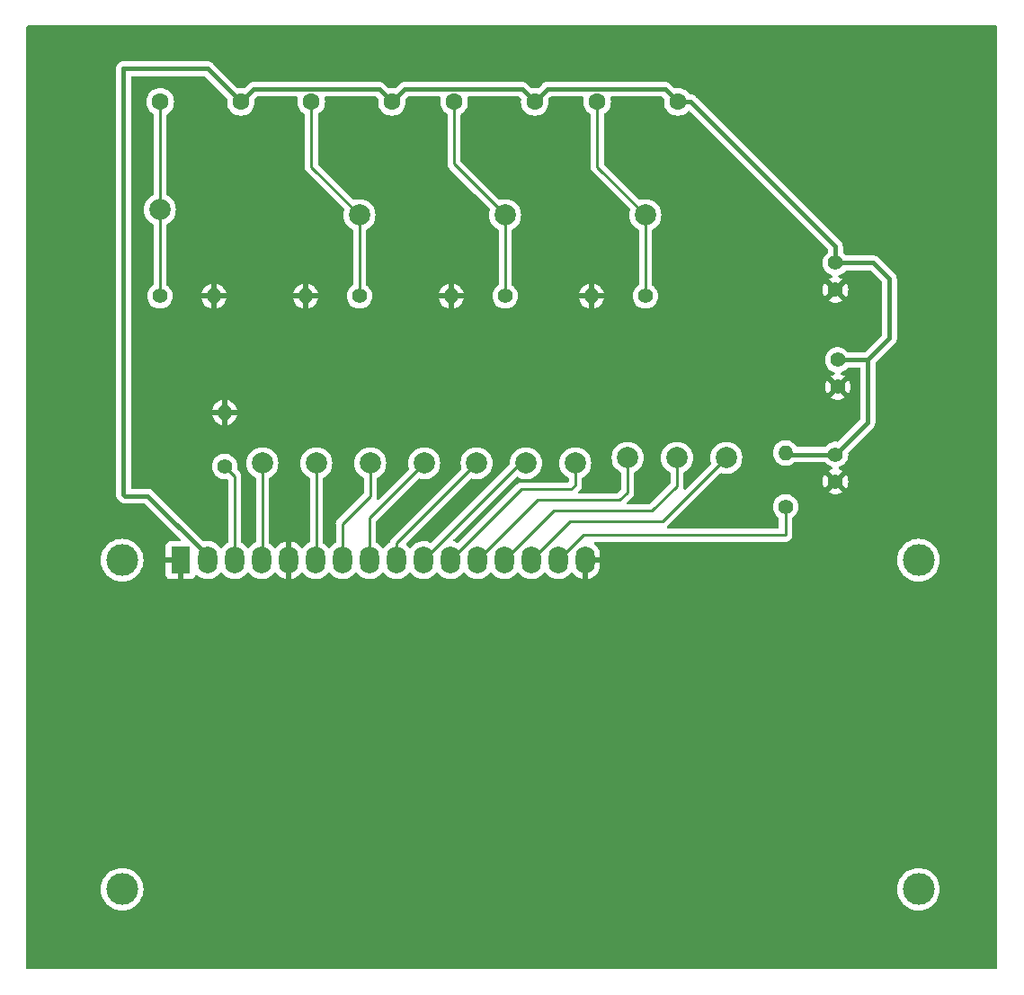
<source format=gbr>
%TF.GenerationSoftware,KiCad,Pcbnew,7.0.5*%
%TF.CreationDate,2023-06-10T01:43:31+05:30*%
%TF.ProjectId,OPEN ;AB,4f50454e-203b-4414-922e-6b696361645f,rev?*%
%TF.SameCoordinates,Original*%
%TF.FileFunction,Copper,L1,Top*%
%TF.FilePolarity,Positive*%
%FSLAX46Y46*%
G04 Gerber Fmt 4.6, Leading zero omitted, Abs format (unit mm)*
G04 Created by KiCad (PCBNEW 7.0.5) date 2023-06-10 01:43:31*
%MOMM*%
%LPD*%
G01*
G04 APERTURE LIST*
%TA.AperFunction,ComponentPad*%
%ADD10C,1.400000*%
%TD*%
%TA.AperFunction,ComponentPad*%
%ADD11C,2.000000*%
%TD*%
%TA.AperFunction,ComponentPad*%
%ADD12C,3.000000*%
%TD*%
%TA.AperFunction,ComponentPad*%
%ADD13R,1.800000X2.600000*%
%TD*%
%TA.AperFunction,ComponentPad*%
%ADD14O,1.800000X2.600000*%
%TD*%
%TA.AperFunction,ComponentPad*%
%ADD15O,1.400000X1.400000*%
%TD*%
%TA.AperFunction,ComponentPad*%
%ADD16C,1.600000*%
%TD*%
%TA.AperFunction,Conductor*%
%ADD17C,0.381000*%
%TD*%
%TA.AperFunction,Conductor*%
%ADD18C,0.250000*%
%TD*%
G04 APERTURE END LIST*
D10*
%TO.P,J17,2,Pin_2*%
%TO.N,GND*%
X180546000Y-77216000D03*
%TO.P,J17,1,Pin_1*%
%TO.N,+5V*%
X180546000Y-74676000D03*
%TD*%
%TO.P,J16,2,Pin_2*%
%TO.N,GND*%
X180340000Y-86126000D03*
%TO.P,J16,1,Pin_1*%
%TO.N,+5V*%
X180340000Y-83586000D03*
%TD*%
D11*
%TO.P,J2,1,Pin_1*%
%TO.N,Net-(J2-Pin_1)*%
X116720000Y-60528000D03*
%TD*%
%TO.P,J15,1,Pin_1*%
%TO.N,Net-(DS1-D7)*%
X170060000Y-83896000D03*
%TD*%
%TO.P,J14,1,Pin_1*%
%TO.N,Net-(DS1-D6)*%
X165410000Y-83896000D03*
%TD*%
%TO.P,J13,1,Pin_1*%
%TO.N,Net-(DS1-D5)*%
X160760000Y-83896000D03*
%TD*%
%TO.P,J12,1,Pin_1*%
%TO.N,Net-(DS1-D4)*%
X155836000Y-84404000D03*
%TD*%
%TO.P,J11,1,Pin_1*%
%TO.N,Net-(DS1-D3)*%
X151186000Y-84404000D03*
%TD*%
%TO.P,J10,1,Pin_1*%
%TO.N,Net-(DS1-D2)*%
X146536000Y-84404000D03*
%TD*%
%TO.P,J9,1,Pin_1*%
%TO.N,Net-(DS1-D1)*%
X141612000Y-84404000D03*
%TD*%
%TO.P,J8,1,Pin_1*%
%TO.N,Net-(DS1-D0)*%
X136532000Y-84404000D03*
%TD*%
%TO.P,J7,1,Pin_1*%
%TO.N,Net-(DS1-E)*%
X131452000Y-84404000D03*
%TD*%
%TO.P,J6,1,Pin_1*%
%TO.N,Net-(DS1-RS)*%
X126372000Y-84404000D03*
%TD*%
%TO.P,J5,1,Pin_1*%
%TO.N,Net-(J5-Pin_1)*%
X162440000Y-61036000D03*
%TD*%
%TO.P,J4,1,Pin_1*%
%TO.N,Net-(J4-Pin_1)*%
X149232000Y-61036000D03*
%TD*%
%TO.P,J3,1,Pin_1*%
%TO.N,Net-(J3-Pin_1)*%
X135516000Y-61036000D03*
%TD*%
D12*
%TO.P,DS1,*%
%TO.N,*%
X188162580Y-124536000D03*
X113164000Y-93535300D03*
X113164000Y-124536000D03*
X188163100Y-93535300D03*
D13*
%TO.P,DS1,1,VSS*%
%TO.N,GND*%
X118663100Y-93535300D03*
D14*
%TO.P,DS1,2,VDD*%
%TO.N,+5V*%
X121203100Y-93535300D03*
%TO.P,DS1,3,VO*%
%TO.N,Net-(DS1-VO)*%
X123743100Y-93535300D03*
%TO.P,DS1,4,RS*%
%TO.N,Net-(DS1-RS)*%
X126283100Y-93535300D03*
%TO.P,DS1,5,R/W*%
%TO.N,GND*%
X128823100Y-93535300D03*
%TO.P,DS1,6,E*%
%TO.N,Net-(DS1-E)*%
X131363100Y-93535300D03*
%TO.P,DS1,7,D0*%
%TO.N,Net-(DS1-D0)*%
X133903100Y-93535300D03*
%TO.P,DS1,8,D1*%
%TO.N,Net-(DS1-D1)*%
X136443100Y-93535300D03*
%TO.P,DS1,9,D2*%
%TO.N,Net-(DS1-D2)*%
X138983100Y-93535300D03*
%TO.P,DS1,10,D3*%
%TO.N,Net-(DS1-D3)*%
X141523100Y-93535300D03*
%TO.P,DS1,11,D4*%
%TO.N,Net-(DS1-D4)*%
X144063100Y-93535300D03*
%TO.P,DS1,12,D5*%
%TO.N,Net-(DS1-D5)*%
X146603100Y-93535300D03*
%TO.P,DS1,13,D6*%
%TO.N,Net-(DS1-D6)*%
X149143100Y-93535300D03*
%TO.P,DS1,14,D7*%
%TO.N,Net-(DS1-D7)*%
X151683100Y-93535300D03*
%TO.P,DS1,15,LED(+)*%
%TO.N,Net-(DS1-LED(+))*%
X154223100Y-93535300D03*
%TO.P,DS1,16,LED(-)*%
%TO.N,GND*%
X156763100Y-93535300D03*
%TD*%
D10*
%TO.P,J1,1,Pin_1*%
%TO.N,+5V*%
X180340000Y-65532000D03*
%TO.P,J1,2,Pin_2*%
%TO.N,GND*%
X180340000Y-68072000D03*
%TD*%
%TO.P,R6,1*%
%TO.N,Net-(J5-Pin_1)*%
X162440000Y-68656000D03*
D15*
%TO.P,R6,2*%
%TO.N,GND*%
X157360000Y-68656000D03*
%TD*%
D10*
%TO.P,R5,1*%
%TO.N,Net-(J4-Pin_1)*%
X149232000Y-68656000D03*
D15*
%TO.P,R5,2*%
%TO.N,GND*%
X144152000Y-68656000D03*
%TD*%
D10*
%TO.P,R4,1*%
%TO.N,Net-(J3-Pin_1)*%
X135516000Y-68656000D03*
D15*
%TO.P,R4,2*%
%TO.N,GND*%
X130436000Y-68656000D03*
%TD*%
%TO.P,R3,2*%
%TO.N,GND*%
X121800000Y-68656000D03*
D10*
%TO.P,R3,1*%
%TO.N,Net-(J2-Pin_1)*%
X116720000Y-68656000D03*
%TD*%
D15*
%TO.P,R2,2*%
%TO.N,+5V*%
X175641000Y-83439000D03*
D10*
%TO.P,R2,1*%
%TO.N,Net-(DS1-LED(+))*%
X175641000Y-88519000D03*
%TD*%
%TO.P,R1,1*%
%TO.N,Net-(DS1-VO)*%
X122809000Y-84709000D03*
D15*
%TO.P,R1,2*%
%TO.N,GND*%
X122809000Y-79629000D03*
%TD*%
D16*
%TO.P,R10,1*%
%TO.N,+5V*%
X165488000Y-50368000D03*
%TO.P,R10,2*%
%TO.N,Net-(J5-Pin_1)*%
X157888000Y-50368000D03*
%TD*%
%TO.P,R9,1*%
%TO.N,+5V*%
X152016000Y-50368000D03*
%TO.P,R9,2*%
%TO.N,Net-(J4-Pin_1)*%
X144416000Y-50368000D03*
%TD*%
%TO.P,R8,1*%
%TO.N,+5V*%
X138564000Y-50368000D03*
%TO.P,R8,2*%
%TO.N,Net-(J3-Pin_1)*%
X130964000Y-50368000D03*
%TD*%
%TO.P,R7,2*%
%TO.N,Net-(J2-Pin_1)*%
X116740000Y-50368000D03*
%TO.P,R7,1*%
%TO.N,+5V*%
X124340000Y-50368000D03*
%TD*%
D17*
%TO.N,+5V*%
X180340000Y-83586000D02*
X175788000Y-83586000D01*
X175788000Y-83586000D02*
X175641000Y-83439000D01*
D18*
%TO.N,Net-(DS1-LED(+))*%
X175641000Y-88519000D02*
X175641000Y-91186000D01*
X156572400Y-91186000D02*
X175641000Y-91186000D01*
X154223100Y-93535300D02*
X156572400Y-91186000D01*
D17*
%TO.N,+5V*%
X115570800Y-87503000D02*
X121203100Y-93135300D01*
X113411000Y-87503000D02*
X115570800Y-87503000D01*
X113284000Y-87376000D02*
X113411000Y-87503000D01*
X121216000Y-47244000D02*
X113284000Y-47244000D01*
X113284000Y-47244000D02*
X113284000Y-87376000D01*
X124340000Y-50368000D02*
X121216000Y-47244000D01*
X121203100Y-93135300D02*
X121203100Y-93535300D01*
D18*
%TO.N,Net-(DS1-VO)*%
X123743100Y-85643100D02*
X123743100Y-93535300D01*
X122809000Y-84709000D02*
X123743100Y-85643100D01*
%TO.N,Net-(J5-Pin_1)*%
X157888000Y-56484000D02*
X162440000Y-61036000D01*
X157888000Y-50368000D02*
X157888000Y-56484000D01*
X162440000Y-68656000D02*
X162440000Y-61036000D01*
%TO.N,Net-(J4-Pin_1)*%
X144416000Y-56220000D02*
X144416000Y-50368000D01*
X149232000Y-61036000D02*
X144416000Y-56220000D01*
X149232000Y-61036000D02*
X149232000Y-68656000D01*
%TO.N,Net-(J3-Pin_1)*%
X135516000Y-61036000D02*
X135516000Y-68656000D01*
X130964000Y-56484000D02*
X135516000Y-61036000D01*
X130964000Y-50368000D02*
X130964000Y-56484000D01*
%TO.N,Net-(J2-Pin_1)*%
X116720000Y-50388000D02*
X116740000Y-50368000D01*
X116720000Y-60528000D02*
X116720000Y-50388000D01*
X116720000Y-68656000D02*
X116720000Y-60528000D01*
%TO.N,Net-(DS1-D7)*%
X164040000Y-89916000D02*
X170060000Y-83896000D01*
X155302400Y-89916000D02*
X164040000Y-89916000D01*
X151683100Y-93535300D02*
X155302400Y-89916000D01*
%TO.N,Net-(DS1-D6)*%
X165410000Y-86558000D02*
X165410000Y-83896000D01*
X153778400Y-88900000D02*
X163068000Y-88900000D01*
X149143100Y-93535300D02*
X153778400Y-88900000D01*
X163068000Y-88900000D02*
X165410000Y-86558000D01*
%TO.N,Net-(DS1-D5)*%
X160760000Y-87144000D02*
X160760000Y-83896000D01*
X152254400Y-87884000D02*
X160020000Y-87884000D01*
X146603100Y-93535300D02*
X152254400Y-87884000D01*
X160020000Y-87884000D02*
X160760000Y-87144000D01*
%TO.N,Net-(DS1-D6)*%
X149143100Y-93535300D02*
X149417096Y-93535300D01*
%TO.N,Net-(DS1-D4)*%
X155448000Y-86868000D02*
X155836000Y-86480000D01*
X155836000Y-86480000D02*
X155836000Y-84404000D01*
X150730400Y-86868000D02*
X155448000Y-86868000D01*
X144063100Y-93535300D02*
X150730400Y-86868000D01*
%TO.N,Net-(DS1-D3)*%
X150654400Y-84404000D02*
X151186000Y-84404000D01*
X141523100Y-93535300D02*
X150654400Y-84404000D01*
%TO.N,Net-(DS1-D2)*%
X138983100Y-91956900D02*
X146536000Y-84404000D01*
X138983100Y-93535300D02*
X138983100Y-91956900D01*
%TO.N,Net-(DS1-D1)*%
X136443100Y-89572900D02*
X141612000Y-84404000D01*
X136443100Y-93535300D02*
X136443100Y-89572900D01*
%TO.N,Net-(DS1-D0)*%
X133903100Y-90124900D02*
X133903100Y-93535300D01*
X136532000Y-87496000D02*
X133903100Y-90124900D01*
X136532000Y-84404000D02*
X136532000Y-87496000D01*
%TO.N,Net-(DS1-E)*%
X131452000Y-93446400D02*
X131363100Y-93535300D01*
X131452000Y-84404000D02*
X131452000Y-93446400D01*
%TO.N,Net-(DS1-RS)*%
X126372000Y-93446400D02*
X126283100Y-93535300D01*
X126372000Y-84404000D02*
X126372000Y-93446400D01*
D17*
%TO.N,+5V*%
X183388000Y-74676000D02*
X183388000Y-80538000D01*
X183388000Y-80538000D02*
X180340000Y-83586000D01*
X185420000Y-72644000D02*
X183388000Y-74676000D01*
X185420000Y-67056000D02*
X185420000Y-72644000D01*
X183388000Y-74676000D02*
X180546000Y-74676000D01*
X183896000Y-65532000D02*
X185420000Y-67056000D01*
X180340000Y-65532000D02*
X183896000Y-65532000D01*
X125530500Y-49177500D02*
X124340000Y-50368000D01*
X137373500Y-49177500D02*
X125530500Y-49177500D01*
X138564000Y-50368000D02*
X137373500Y-49177500D01*
X139754500Y-49177500D02*
X138564000Y-50368000D01*
X150825500Y-49177500D02*
X139754500Y-49177500D01*
X152016000Y-50368000D02*
X150825500Y-49177500D01*
X165488000Y-50368000D02*
X164297500Y-49177500D01*
X164297500Y-49177500D02*
X153206500Y-49177500D01*
X153206500Y-49177500D02*
X152016000Y-50368000D01*
X166700000Y-50368000D02*
X165488000Y-50368000D01*
X180340000Y-64008000D02*
X166700000Y-50368000D01*
X180340000Y-65532000D02*
X180340000Y-64008000D01*
%TD*%
%TA.AperFunction,Conductor*%
%TO.N,GND*%
G36*
X195522539Y-43200185D02*
G01*
X195568294Y-43252989D01*
X195579500Y-43304500D01*
X195579500Y-131955500D01*
X195559815Y-132022539D01*
X195507011Y-132068294D01*
X195455500Y-132079500D01*
X104264500Y-132079500D01*
X104197461Y-132059815D01*
X104151706Y-132007011D01*
X104140500Y-131955500D01*
X104140500Y-124536001D01*
X111158390Y-124536001D01*
X111178804Y-124821433D01*
X111239628Y-125101037D01*
X111339635Y-125369166D01*
X111476770Y-125620309D01*
X111476775Y-125620317D01*
X111648254Y-125849387D01*
X111648270Y-125849405D01*
X111850594Y-126051729D01*
X111850612Y-126051745D01*
X112079682Y-126223224D01*
X112079690Y-126223229D01*
X112330833Y-126360364D01*
X112330832Y-126360364D01*
X112330836Y-126360365D01*
X112330839Y-126360367D01*
X112598954Y-126460369D01*
X112598960Y-126460370D01*
X112598962Y-126460371D01*
X112878566Y-126521195D01*
X112878568Y-126521195D01*
X112878572Y-126521196D01*
X113132220Y-126539337D01*
X113163999Y-126541610D01*
X113164000Y-126541610D01*
X113164001Y-126541610D01*
X113192595Y-126539564D01*
X113449428Y-126521196D01*
X113729046Y-126460369D01*
X113997161Y-126360367D01*
X114248315Y-126223226D01*
X114477395Y-126051739D01*
X114679739Y-125849395D01*
X114851226Y-125620315D01*
X114988367Y-125369161D01*
X115088369Y-125101046D01*
X115149196Y-124821428D01*
X115169610Y-124536001D01*
X186156970Y-124536001D01*
X186177384Y-124821433D01*
X186238208Y-125101037D01*
X186338215Y-125369166D01*
X186475350Y-125620309D01*
X186475355Y-125620317D01*
X186646834Y-125849387D01*
X186646850Y-125849405D01*
X186849174Y-126051729D01*
X186849192Y-126051745D01*
X187078262Y-126223224D01*
X187078270Y-126223229D01*
X187329413Y-126360364D01*
X187329412Y-126360364D01*
X187329416Y-126360365D01*
X187329419Y-126360367D01*
X187597534Y-126460369D01*
X187597540Y-126460370D01*
X187597542Y-126460371D01*
X187877146Y-126521195D01*
X187877148Y-126521195D01*
X187877152Y-126521196D01*
X188130800Y-126539337D01*
X188162579Y-126541610D01*
X188162580Y-126541610D01*
X188162581Y-126541610D01*
X188191175Y-126539564D01*
X188448008Y-126521196D01*
X188727626Y-126460369D01*
X188995741Y-126360367D01*
X189246895Y-126223226D01*
X189475975Y-126051739D01*
X189678319Y-125849395D01*
X189849806Y-125620315D01*
X189986947Y-125369161D01*
X190086949Y-125101046D01*
X190147776Y-124821428D01*
X190168190Y-124536000D01*
X190147776Y-124250572D01*
X190086949Y-123970954D01*
X189986947Y-123702839D01*
X189849806Y-123451685D01*
X189849804Y-123451682D01*
X189678325Y-123222612D01*
X189678309Y-123222594D01*
X189475985Y-123020270D01*
X189475967Y-123020254D01*
X189246897Y-122848775D01*
X189246889Y-122848770D01*
X188995746Y-122711635D01*
X188995747Y-122711635D01*
X188888495Y-122671632D01*
X188727626Y-122611631D01*
X188727623Y-122611630D01*
X188727617Y-122611628D01*
X188448013Y-122550804D01*
X188162581Y-122530390D01*
X188162579Y-122530390D01*
X187877146Y-122550804D01*
X187597542Y-122611628D01*
X187329413Y-122711635D01*
X187078270Y-122848770D01*
X187078262Y-122848775D01*
X186849192Y-123020254D01*
X186849174Y-123020270D01*
X186646850Y-123222594D01*
X186646834Y-123222612D01*
X186475355Y-123451682D01*
X186475350Y-123451690D01*
X186338215Y-123702833D01*
X186238208Y-123970962D01*
X186177384Y-124250566D01*
X186156970Y-124535998D01*
X186156970Y-124536001D01*
X115169610Y-124536001D01*
X115169610Y-124536000D01*
X115149196Y-124250572D01*
X115088369Y-123970954D01*
X114988367Y-123702839D01*
X114851226Y-123451685D01*
X114851224Y-123451682D01*
X114679745Y-123222612D01*
X114679729Y-123222594D01*
X114477405Y-123020270D01*
X114477387Y-123020254D01*
X114248317Y-122848775D01*
X114248309Y-122848770D01*
X113997166Y-122711635D01*
X113997167Y-122711635D01*
X113889915Y-122671632D01*
X113729046Y-122611631D01*
X113729043Y-122611630D01*
X113729037Y-122611628D01*
X113449433Y-122550804D01*
X113164001Y-122530390D01*
X113163999Y-122530390D01*
X112878566Y-122550804D01*
X112598962Y-122611628D01*
X112330833Y-122711635D01*
X112079690Y-122848770D01*
X112079682Y-122848775D01*
X111850612Y-123020254D01*
X111850594Y-123020270D01*
X111648270Y-123222594D01*
X111648254Y-123222612D01*
X111476775Y-123451682D01*
X111476770Y-123451690D01*
X111339635Y-123702833D01*
X111239628Y-123970962D01*
X111178804Y-124250566D01*
X111158390Y-124535998D01*
X111158390Y-124536001D01*
X104140500Y-124536001D01*
X104140500Y-93535301D01*
X111158390Y-93535301D01*
X111178804Y-93820733D01*
X111239628Y-94100337D01*
X111239630Y-94100343D01*
X111239631Y-94100346D01*
X111310122Y-94289338D01*
X111339635Y-94368466D01*
X111476770Y-94619609D01*
X111476775Y-94619617D01*
X111648254Y-94848687D01*
X111648270Y-94848705D01*
X111850594Y-95051029D01*
X111850612Y-95051045D01*
X112079682Y-95222524D01*
X112079690Y-95222529D01*
X112330833Y-95359664D01*
X112330832Y-95359664D01*
X112330836Y-95359665D01*
X112330839Y-95359667D01*
X112598954Y-95459669D01*
X112598960Y-95459670D01*
X112598962Y-95459671D01*
X112878566Y-95520495D01*
X112878568Y-95520495D01*
X112878572Y-95520496D01*
X113132220Y-95538637D01*
X113163999Y-95540910D01*
X113164000Y-95540910D01*
X113164001Y-95540910D01*
X113192595Y-95538864D01*
X113449428Y-95520496D01*
X113729046Y-95459669D01*
X113997161Y-95359667D01*
X114248315Y-95222526D01*
X114477395Y-95051039D01*
X114679739Y-94848695D01*
X114851226Y-94619615D01*
X114988367Y-94368461D01*
X115088369Y-94100346D01*
X115149196Y-93820728D01*
X115169610Y-93535300D01*
X115149196Y-93249872D01*
X115100020Y-93023815D01*
X115088371Y-92970262D01*
X115088370Y-92970260D01*
X115088369Y-92970254D01*
X114988367Y-92702139D01*
X114969300Y-92667221D01*
X114851229Y-92450990D01*
X114851224Y-92450982D01*
X114679745Y-92221912D01*
X114679729Y-92221894D01*
X114477405Y-92019570D01*
X114477387Y-92019554D01*
X114248317Y-91848075D01*
X114248309Y-91848070D01*
X113997166Y-91710935D01*
X113997167Y-91710935D01*
X113834839Y-91650390D01*
X113729046Y-91610931D01*
X113729043Y-91610930D01*
X113729037Y-91610928D01*
X113449433Y-91550104D01*
X113164001Y-91529690D01*
X113163999Y-91529690D01*
X112878566Y-91550104D01*
X112598962Y-91610928D01*
X112330833Y-91710935D01*
X112079690Y-91848070D01*
X112079682Y-91848075D01*
X111850612Y-92019554D01*
X111850594Y-92019570D01*
X111648270Y-92221894D01*
X111648254Y-92221912D01*
X111476775Y-92450982D01*
X111476770Y-92450990D01*
X111339635Y-92702133D01*
X111239628Y-92970262D01*
X111178804Y-93249866D01*
X111158390Y-93535298D01*
X111158390Y-93535301D01*
X104140500Y-93535301D01*
X104140500Y-87418028D01*
X112589195Y-87418028D01*
X112597790Y-87464933D01*
X112600217Y-87478174D01*
X112600780Y-87481876D01*
X112608152Y-87542582D01*
X112611644Y-87551792D01*
X112617666Y-87573395D01*
X112619441Y-87583081D01*
X112644540Y-87638851D01*
X112645969Y-87642302D01*
X112649150Y-87650689D01*
X112667653Y-87699478D01*
X112667656Y-87699482D01*
X112673250Y-87707586D01*
X112684274Y-87727134D01*
X112688308Y-87736099D01*
X112688314Y-87736108D01*
X112726018Y-87784234D01*
X112728238Y-87787251D01*
X112762980Y-87837583D01*
X112808753Y-87878135D01*
X112811464Y-87880686D01*
X112906320Y-87975542D01*
X112908856Y-87978236D01*
X112949416Y-88024020D01*
X112949417Y-88024020D01*
X112999755Y-88058767D01*
X113002755Y-88060974D01*
X113050894Y-88098688D01*
X113059865Y-88102725D01*
X113079420Y-88113754D01*
X113087518Y-88119344D01*
X113144695Y-88141028D01*
X113148149Y-88142459D01*
X113203915Y-88167557D01*
X113213596Y-88169331D01*
X113235218Y-88175359D01*
X113244416Y-88178847D01*
X113244417Y-88178848D01*
X113261220Y-88180888D01*
X113305123Y-88186218D01*
X113308818Y-88186781D01*
X113336655Y-88191882D01*
X113368972Y-88197805D01*
X113368972Y-88197804D01*
X113368973Y-88197805D01*
X113430008Y-88194113D01*
X113433753Y-88194000D01*
X115233216Y-88194000D01*
X115300255Y-88213685D01*
X115320897Y-88230319D01*
X118614197Y-91523619D01*
X118647682Y-91584942D01*
X118642698Y-91654634D01*
X118600826Y-91710567D01*
X118535362Y-91734984D01*
X118526516Y-91735300D01*
X117715255Y-91735300D01*
X117655727Y-91741701D01*
X117655720Y-91741703D01*
X117521013Y-91791945D01*
X117521006Y-91791949D01*
X117405912Y-91878109D01*
X117405909Y-91878112D01*
X117319749Y-91993206D01*
X117319745Y-91993213D01*
X117269503Y-92127920D01*
X117269501Y-92127927D01*
X117263100Y-92187455D01*
X117263100Y-93285300D01*
X118117218Y-93285300D01*
X118078544Y-93378669D01*
X118057923Y-93535300D01*
X118078544Y-93691931D01*
X118117218Y-93785300D01*
X117263100Y-93785300D01*
X117263100Y-94883144D01*
X117269501Y-94942672D01*
X117269503Y-94942679D01*
X117319745Y-95077386D01*
X117319749Y-95077393D01*
X117405909Y-95192487D01*
X117405912Y-95192490D01*
X117521006Y-95278650D01*
X117521013Y-95278654D01*
X117655720Y-95328896D01*
X117655727Y-95328898D01*
X117715255Y-95335299D01*
X117715272Y-95335300D01*
X118413100Y-95335300D01*
X118413099Y-94081181D01*
X118506469Y-94119856D01*
X118623777Y-94135300D01*
X118702423Y-94135300D01*
X118819731Y-94119856D01*
X118913100Y-94081181D01*
X118913100Y-95335300D01*
X119610928Y-95335300D01*
X119610944Y-95335299D01*
X119670472Y-95328898D01*
X119670479Y-95328896D01*
X119805186Y-95278654D01*
X119805193Y-95278650D01*
X119920287Y-95192490D01*
X119920290Y-95192487D01*
X120006450Y-95077393D01*
X120006455Y-95077384D01*
X120035860Y-94998544D01*
X120077730Y-94942610D01*
X120143194Y-94918192D01*
X120211467Y-94933043D01*
X120241565Y-94956076D01*
X120274479Y-94990418D01*
X120466153Y-95132179D01*
X120679026Y-95239507D01*
X120906977Y-95309316D01*
X121143446Y-95339598D01*
X121381632Y-95329480D01*
X121614681Y-95279254D01*
X121835890Y-95190364D01*
X122038895Y-95065369D01*
X122217855Y-94907864D01*
X122367623Y-94722380D01*
X122367629Y-94722370D01*
X122370572Y-94718017D01*
X122371457Y-94718615D01*
X122417501Y-94673444D01*
X122485913Y-94659245D01*
X122551141Y-94684287D01*
X122578620Y-94713402D01*
X122649513Y-94818293D01*
X122649518Y-94818298D01*
X122649521Y-94818303D01*
X122814479Y-94990418D01*
X123006153Y-95132179D01*
X123219026Y-95239507D01*
X123446977Y-95309316D01*
X123683446Y-95339598D01*
X123921632Y-95329480D01*
X124154681Y-95279254D01*
X124375890Y-95190364D01*
X124578895Y-95065369D01*
X124757855Y-94907864D01*
X124907623Y-94722380D01*
X124907629Y-94722370D01*
X124910572Y-94718017D01*
X124911457Y-94718615D01*
X124957501Y-94673444D01*
X125025913Y-94659245D01*
X125091141Y-94684287D01*
X125118620Y-94713402D01*
X125189513Y-94818293D01*
X125189518Y-94818298D01*
X125189521Y-94818303D01*
X125354479Y-94990418D01*
X125546153Y-95132179D01*
X125759026Y-95239507D01*
X125986977Y-95309316D01*
X126223446Y-95339598D01*
X126461632Y-95329480D01*
X126694681Y-95279254D01*
X126915890Y-95190364D01*
X127118895Y-95065369D01*
X127297855Y-94907864D01*
X127447623Y-94722380D01*
X127447898Y-94721886D01*
X127448071Y-94721716D01*
X127450572Y-94718017D01*
X127451324Y-94718525D01*
X127497772Y-94672956D01*
X127566184Y-94658756D01*
X127631412Y-94683797D01*
X127658893Y-94712912D01*
X127729915Y-94817992D01*
X127894806Y-94990036D01*
X128086416Y-95131750D01*
X128299215Y-95239041D01*
X128527087Y-95308826D01*
X128527085Y-95308826D01*
X128573100Y-95314718D01*
X128573099Y-94081181D01*
X128666469Y-94119856D01*
X128783777Y-94135300D01*
X128862423Y-94135300D01*
X128979731Y-94119856D01*
X129073100Y-94081181D01*
X129073100Y-95313564D01*
X129234534Y-95278773D01*
X129455662Y-95189916D01*
X129658594Y-95064966D01*
X129837489Y-94907519D01*
X129837496Y-94907513D01*
X129987202Y-94722105D01*
X129987204Y-94722103D01*
X129987310Y-94721914D01*
X129987375Y-94721849D01*
X129990156Y-94717736D01*
X129990992Y-94718301D01*
X130037184Y-94672982D01*
X130105595Y-94658781D01*
X130170824Y-94683820D01*
X130198306Y-94712938D01*
X130269513Y-94818292D01*
X130269514Y-94818293D01*
X130269521Y-94818303D01*
X130434479Y-94990418D01*
X130626153Y-95132179D01*
X130839026Y-95239507D01*
X131066977Y-95309316D01*
X131303446Y-95339598D01*
X131541632Y-95329480D01*
X131774681Y-95279254D01*
X131995890Y-95190364D01*
X132198895Y-95065369D01*
X132377855Y-94907864D01*
X132527623Y-94722380D01*
X132527629Y-94722370D01*
X132530572Y-94718017D01*
X132531457Y-94718615D01*
X132577501Y-94673444D01*
X132645913Y-94659245D01*
X132711141Y-94684287D01*
X132738620Y-94713402D01*
X132809513Y-94818293D01*
X132809518Y-94818298D01*
X132809521Y-94818303D01*
X132974479Y-94990418D01*
X133166153Y-95132179D01*
X133379026Y-95239507D01*
X133606977Y-95309316D01*
X133843446Y-95339598D01*
X134081632Y-95329480D01*
X134314681Y-95279254D01*
X134535890Y-95190364D01*
X134738895Y-95065369D01*
X134917855Y-94907864D01*
X135067623Y-94722380D01*
X135067629Y-94722370D01*
X135070572Y-94718017D01*
X135071457Y-94718615D01*
X135117501Y-94673444D01*
X135185913Y-94659245D01*
X135251141Y-94684287D01*
X135278620Y-94713402D01*
X135349513Y-94818293D01*
X135349518Y-94818298D01*
X135349521Y-94818303D01*
X135514479Y-94990418D01*
X135706153Y-95132179D01*
X135919026Y-95239507D01*
X136146977Y-95309316D01*
X136383446Y-95339598D01*
X136621632Y-95329480D01*
X136854681Y-95279254D01*
X137075890Y-95190364D01*
X137278895Y-95065369D01*
X137457855Y-94907864D01*
X137607623Y-94722380D01*
X137607629Y-94722370D01*
X137610572Y-94718017D01*
X137611457Y-94718615D01*
X137657501Y-94673444D01*
X137725913Y-94659245D01*
X137791141Y-94684287D01*
X137818620Y-94713402D01*
X137889513Y-94818293D01*
X137889518Y-94818298D01*
X137889521Y-94818303D01*
X138054479Y-94990418D01*
X138246153Y-95132179D01*
X138459026Y-95239507D01*
X138686977Y-95309316D01*
X138923446Y-95339598D01*
X139161632Y-95329480D01*
X139394681Y-95279254D01*
X139615890Y-95190364D01*
X139818895Y-95065369D01*
X139997855Y-94907864D01*
X140147623Y-94722380D01*
X140147629Y-94722370D01*
X140150572Y-94718017D01*
X140151457Y-94718615D01*
X140197501Y-94673444D01*
X140265913Y-94659245D01*
X140331141Y-94684287D01*
X140358620Y-94713402D01*
X140429513Y-94818293D01*
X140429518Y-94818298D01*
X140429521Y-94818303D01*
X140594479Y-94990418D01*
X140786153Y-95132179D01*
X140999026Y-95239507D01*
X141226977Y-95309316D01*
X141463446Y-95339598D01*
X141701632Y-95329480D01*
X141934681Y-95279254D01*
X142155890Y-95190364D01*
X142358895Y-95065369D01*
X142537855Y-94907864D01*
X142687623Y-94722380D01*
X142687629Y-94722370D01*
X142690572Y-94718017D01*
X142691457Y-94718615D01*
X142737501Y-94673444D01*
X142805913Y-94659245D01*
X142871141Y-94684287D01*
X142898620Y-94713402D01*
X142969513Y-94818293D01*
X142969518Y-94818298D01*
X142969521Y-94818303D01*
X143134479Y-94990418D01*
X143326153Y-95132179D01*
X143539026Y-95239507D01*
X143766977Y-95309316D01*
X144003446Y-95339598D01*
X144241632Y-95329480D01*
X144474681Y-95279254D01*
X144695890Y-95190364D01*
X144898895Y-95065369D01*
X145077855Y-94907864D01*
X145227623Y-94722380D01*
X145227629Y-94722370D01*
X145230572Y-94718017D01*
X145231457Y-94718615D01*
X145277501Y-94673444D01*
X145345913Y-94659245D01*
X145411141Y-94684287D01*
X145438620Y-94713402D01*
X145509513Y-94818293D01*
X145509518Y-94818298D01*
X145509521Y-94818303D01*
X145674479Y-94990418D01*
X145866153Y-95132179D01*
X146079026Y-95239507D01*
X146306977Y-95309316D01*
X146543446Y-95339598D01*
X146781632Y-95329480D01*
X147014681Y-95279254D01*
X147235890Y-95190364D01*
X147438895Y-95065369D01*
X147617855Y-94907864D01*
X147767623Y-94722380D01*
X147767629Y-94722370D01*
X147770572Y-94718017D01*
X147771457Y-94718615D01*
X147817501Y-94673444D01*
X147885913Y-94659245D01*
X147951141Y-94684287D01*
X147978620Y-94713402D01*
X148049513Y-94818293D01*
X148049518Y-94818298D01*
X148049521Y-94818303D01*
X148214479Y-94990418D01*
X148406153Y-95132179D01*
X148619026Y-95239507D01*
X148846977Y-95309316D01*
X149083446Y-95339598D01*
X149321632Y-95329480D01*
X149554681Y-95279254D01*
X149775890Y-95190364D01*
X149978895Y-95065369D01*
X150157855Y-94907864D01*
X150307623Y-94722380D01*
X150307629Y-94722370D01*
X150310572Y-94718017D01*
X150311457Y-94718615D01*
X150357501Y-94673444D01*
X150425913Y-94659245D01*
X150491141Y-94684287D01*
X150518620Y-94713402D01*
X150589513Y-94818293D01*
X150589518Y-94818298D01*
X150589521Y-94818303D01*
X150754479Y-94990418D01*
X150946153Y-95132179D01*
X151159026Y-95239507D01*
X151386977Y-95309316D01*
X151623446Y-95339598D01*
X151861632Y-95329480D01*
X152094681Y-95279254D01*
X152315890Y-95190364D01*
X152518895Y-95065369D01*
X152697855Y-94907864D01*
X152847623Y-94722380D01*
X152847629Y-94722370D01*
X152850572Y-94718017D01*
X152851457Y-94718615D01*
X152897501Y-94673444D01*
X152965913Y-94659245D01*
X153031141Y-94684287D01*
X153058620Y-94713402D01*
X153129513Y-94818293D01*
X153129518Y-94818298D01*
X153129521Y-94818303D01*
X153294479Y-94990418D01*
X153486153Y-95132179D01*
X153699026Y-95239507D01*
X153926977Y-95309316D01*
X154163446Y-95339598D01*
X154401632Y-95329480D01*
X154634681Y-95279254D01*
X154855890Y-95190364D01*
X155058895Y-95065369D01*
X155237855Y-94907864D01*
X155387623Y-94722380D01*
X155387898Y-94721886D01*
X155388071Y-94721716D01*
X155390572Y-94718017D01*
X155391324Y-94718525D01*
X155437772Y-94672956D01*
X155506184Y-94658756D01*
X155571412Y-94683797D01*
X155598893Y-94712912D01*
X155669915Y-94817992D01*
X155834806Y-94990036D01*
X156026416Y-95131750D01*
X156239215Y-95239041D01*
X156467087Y-95308826D01*
X156467085Y-95308826D01*
X156513100Y-95314718D01*
X156513100Y-94081181D01*
X156606469Y-94119856D01*
X156723777Y-94135300D01*
X156802423Y-94135300D01*
X156919731Y-94119856D01*
X157013100Y-94081181D01*
X157013100Y-95313564D01*
X157174534Y-95278773D01*
X157395662Y-95189916D01*
X157598594Y-95064966D01*
X157777489Y-94907519D01*
X157777496Y-94907513D01*
X157927202Y-94722105D01*
X157927209Y-94722095D01*
X158043431Y-94514051D01*
X158122822Y-94289352D01*
X158122826Y-94289338D01*
X158163099Y-94054467D01*
X158163100Y-94054456D01*
X158163100Y-93785300D01*
X157308982Y-93785300D01*
X157347656Y-93691931D01*
X157368277Y-93535301D01*
X186157490Y-93535301D01*
X186177904Y-93820733D01*
X186238728Y-94100337D01*
X186238730Y-94100343D01*
X186238731Y-94100346D01*
X186309222Y-94289338D01*
X186338735Y-94368466D01*
X186475870Y-94619609D01*
X186475875Y-94619617D01*
X186647354Y-94848687D01*
X186647370Y-94848705D01*
X186849694Y-95051029D01*
X186849712Y-95051045D01*
X187078782Y-95222524D01*
X187078790Y-95222529D01*
X187329933Y-95359664D01*
X187329932Y-95359664D01*
X187329936Y-95359665D01*
X187329939Y-95359667D01*
X187598054Y-95459669D01*
X187598060Y-95459670D01*
X187598062Y-95459671D01*
X187877666Y-95520495D01*
X187877668Y-95520495D01*
X187877672Y-95520496D01*
X188131320Y-95538637D01*
X188163099Y-95540910D01*
X188163100Y-95540910D01*
X188163101Y-95540910D01*
X188191695Y-95538864D01*
X188448528Y-95520496D01*
X188728146Y-95459669D01*
X188996261Y-95359667D01*
X189247415Y-95222526D01*
X189476495Y-95051039D01*
X189678839Y-94848695D01*
X189850326Y-94619615D01*
X189987467Y-94368461D01*
X190087469Y-94100346D01*
X190148296Y-93820728D01*
X190168710Y-93535300D01*
X190148296Y-93249872D01*
X190099120Y-93023815D01*
X190087471Y-92970262D01*
X190087470Y-92970260D01*
X190087469Y-92970254D01*
X189987467Y-92702139D01*
X189968400Y-92667221D01*
X189850329Y-92450990D01*
X189850324Y-92450982D01*
X189678845Y-92221912D01*
X189678829Y-92221894D01*
X189476505Y-92019570D01*
X189476487Y-92019554D01*
X189247417Y-91848075D01*
X189247409Y-91848070D01*
X188996266Y-91710935D01*
X188996267Y-91710935D01*
X188833939Y-91650390D01*
X188728146Y-91610931D01*
X188728143Y-91610930D01*
X188728137Y-91610928D01*
X188448533Y-91550104D01*
X188163101Y-91529690D01*
X188163099Y-91529690D01*
X187877666Y-91550104D01*
X187598062Y-91610928D01*
X187329933Y-91710935D01*
X187078790Y-91848070D01*
X187078782Y-91848075D01*
X186849712Y-92019554D01*
X186849694Y-92019570D01*
X186647370Y-92221894D01*
X186647354Y-92221912D01*
X186475875Y-92450982D01*
X186475870Y-92450990D01*
X186338735Y-92702133D01*
X186238728Y-92970262D01*
X186177904Y-93249866D01*
X186157490Y-93535298D01*
X186157490Y-93535301D01*
X157368277Y-93535301D01*
X157368277Y-93535300D01*
X157347656Y-93378669D01*
X157308982Y-93285300D01*
X158163100Y-93285300D01*
X158163100Y-93075827D01*
X158163099Y-93075808D01*
X158147952Y-92897849D01*
X158147951Y-92897846D01*
X158087902Y-92667221D01*
X157989739Y-92450058D01*
X157989737Y-92450055D01*
X157856287Y-92252611D01*
X157856285Y-92252609D01*
X157691391Y-92080561D01*
X157630053Y-92035196D01*
X157587858Y-91979505D01*
X157582470Y-91909844D01*
X157615600Y-91848328D01*
X157676728Y-91814488D01*
X157703787Y-91811500D01*
X175570153Y-91811500D01*
X175593385Y-91813696D01*
X175594989Y-91814001D01*
X175601412Y-91815227D01*
X175658724Y-91811621D01*
X175662597Y-91811500D01*
X175680342Y-91811500D01*
X175680350Y-91811500D01*
X175697990Y-91809271D01*
X175701807Y-91808910D01*
X175759138Y-91805304D01*
X175766905Y-91802780D01*
X175789680Y-91797688D01*
X175797792Y-91796664D01*
X175851195Y-91775519D01*
X175854835Y-91774209D01*
X175909441Y-91756467D01*
X175916337Y-91752090D01*
X175937133Y-91741494D01*
X175944732Y-91738486D01*
X175991191Y-91704730D01*
X175994390Y-91702555D01*
X176042877Y-91671786D01*
X176048466Y-91665833D01*
X176065979Y-91650394D01*
X176072587Y-91645594D01*
X176109190Y-91601347D01*
X176111736Y-91598457D01*
X176151062Y-91556582D01*
X176154998Y-91549421D01*
X176168119Y-91530114D01*
X176173324Y-91523823D01*
X176174401Y-91521535D01*
X176197769Y-91471874D01*
X176199528Y-91468419D01*
X176227197Y-91418092D01*
X176229227Y-91410181D01*
X176237135Y-91388218D01*
X176240614Y-91380826D01*
X176251377Y-91324401D01*
X176252210Y-91320670D01*
X176266500Y-91265019D01*
X176266500Y-91256844D01*
X176268697Y-91233606D01*
X176270227Y-91225588D01*
X176266621Y-91168275D01*
X176266500Y-91164403D01*
X176266500Y-89612765D01*
X176286185Y-89545726D01*
X176325220Y-89507340D01*
X176367562Y-89481124D01*
X176531981Y-89331236D01*
X176666058Y-89153689D01*
X176765229Y-88954528D01*
X176826115Y-88740536D01*
X176846643Y-88519000D01*
X176826115Y-88297464D01*
X176765229Y-88083472D01*
X176754945Y-88062819D01*
X176666061Y-87884316D01*
X176666056Y-87884308D01*
X176531979Y-87706761D01*
X176367562Y-87556876D01*
X176367560Y-87556874D01*
X176178404Y-87439754D01*
X176178398Y-87439752D01*
X175970940Y-87359382D01*
X175752243Y-87318500D01*
X175529757Y-87318500D01*
X175311060Y-87359382D01*
X175179864Y-87410207D01*
X175103601Y-87439752D01*
X175103595Y-87439754D01*
X174914439Y-87556874D01*
X174914437Y-87556876D01*
X174750020Y-87706761D01*
X174615943Y-87884308D01*
X174615938Y-87884316D01*
X174516775Y-88083461D01*
X174516769Y-88083476D01*
X174455885Y-88297462D01*
X174455884Y-88297464D01*
X174435356Y-88518999D01*
X174435356Y-88519000D01*
X174455884Y-88740535D01*
X174455885Y-88740537D01*
X174516769Y-88954523D01*
X174516775Y-88954538D01*
X174615938Y-89153683D01*
X174615943Y-89153691D01*
X174750020Y-89331238D01*
X174914433Y-89481120D01*
X174914435Y-89481122D01*
X174914437Y-89481123D01*
X174914438Y-89481124D01*
X174956778Y-89507339D01*
X175003412Y-89559364D01*
X175015500Y-89612765D01*
X175015500Y-90436500D01*
X174995815Y-90503539D01*
X174943011Y-90549294D01*
X174891500Y-90560500D01*
X164582133Y-90560500D01*
X164515094Y-90540815D01*
X164469339Y-90488011D01*
X164459395Y-90418853D01*
X164486583Y-90357467D01*
X164490733Y-90352449D01*
X164501302Y-90339673D01*
X164505211Y-90335377D01*
X169482771Y-85357817D01*
X169544092Y-85324334D01*
X169610712Y-85328218D01*
X169655758Y-85343683D01*
X169690385Y-85355571D01*
X169935665Y-85396500D01*
X170184335Y-85396500D01*
X170429614Y-85355571D01*
X170664810Y-85274828D01*
X170883509Y-85156474D01*
X171079744Y-85003738D01*
X171248164Y-84820785D01*
X171384173Y-84612607D01*
X171484063Y-84384881D01*
X171545108Y-84143821D01*
X171565643Y-83896000D01*
X171553286Y-83746874D01*
X171545109Y-83648187D01*
X171545107Y-83648175D01*
X171484063Y-83407118D01*
X171384173Y-83179393D01*
X171248166Y-82971217D01*
X171178003Y-82895000D01*
X171079744Y-82788262D01*
X170883509Y-82635526D01*
X170883507Y-82635525D01*
X170883506Y-82635524D01*
X170664811Y-82517172D01*
X170664802Y-82517169D01*
X170429616Y-82436429D01*
X170184335Y-82395500D01*
X169935665Y-82395500D01*
X169690383Y-82436429D01*
X169455197Y-82517169D01*
X169455188Y-82517172D01*
X169236493Y-82635524D01*
X169040257Y-82788261D01*
X168871833Y-82971217D01*
X168735826Y-83179393D01*
X168635936Y-83407118D01*
X168574892Y-83648175D01*
X168574890Y-83648187D01*
X168554357Y-83895994D01*
X168554357Y-83896005D01*
X168574890Y-84143812D01*
X168574892Y-84143824D01*
X168628863Y-84356949D01*
X168626238Y-84426769D01*
X168596338Y-84475070D01*
X166224679Y-86846729D01*
X166163356Y-86880214D01*
X166093664Y-86875230D01*
X166037731Y-86833358D01*
X166013314Y-86767894D01*
X166014525Y-86739650D01*
X166015435Y-86733898D01*
X166015437Y-86733896D01*
X166022726Y-86687868D01*
X166023906Y-86682171D01*
X166035500Y-86637019D01*
X166035500Y-86616982D01*
X166037027Y-86597582D01*
X166040160Y-86577804D01*
X166035775Y-86531415D01*
X166035500Y-86525577D01*
X166035500Y-85337519D01*
X166055185Y-85270480D01*
X166100483Y-85228464D01*
X166101860Y-85227719D01*
X166233509Y-85156474D01*
X166429744Y-85003738D01*
X166598164Y-84820785D01*
X166734173Y-84612607D01*
X166834063Y-84384881D01*
X166895108Y-84143821D01*
X166915643Y-83896000D01*
X166903286Y-83746874D01*
X166895109Y-83648187D01*
X166895107Y-83648175D01*
X166834063Y-83407118D01*
X166734173Y-83179393D01*
X166598166Y-82971217D01*
X166528003Y-82895000D01*
X166429744Y-82788262D01*
X166233509Y-82635526D01*
X166233507Y-82635525D01*
X166233506Y-82635524D01*
X166014811Y-82517172D01*
X166014802Y-82517169D01*
X165779616Y-82436429D01*
X165534335Y-82395500D01*
X165285665Y-82395500D01*
X165040383Y-82436429D01*
X164805197Y-82517169D01*
X164805188Y-82517172D01*
X164586493Y-82635524D01*
X164390257Y-82788261D01*
X164221833Y-82971217D01*
X164085826Y-83179393D01*
X163985936Y-83407118D01*
X163924892Y-83648175D01*
X163924890Y-83648187D01*
X163904357Y-83895994D01*
X163904357Y-83896005D01*
X163924890Y-84143812D01*
X163924892Y-84143824D01*
X163985936Y-84384881D01*
X164085826Y-84612606D01*
X164221833Y-84820782D01*
X164221836Y-84820785D01*
X164390256Y-85003738D01*
X164512764Y-85099090D01*
X164571155Y-85144538D01*
X164586491Y-85156474D01*
X164629865Y-85179947D01*
X164719517Y-85228464D01*
X164769108Y-85277683D01*
X164784500Y-85337519D01*
X164784500Y-86247546D01*
X164764815Y-86314585D01*
X164748181Y-86335227D01*
X162845228Y-88238181D01*
X162783905Y-88271666D01*
X162757547Y-88274500D01*
X160813452Y-88274500D01*
X160746413Y-88254815D01*
X160700658Y-88202011D01*
X160690714Y-88132853D01*
X160719739Y-88069297D01*
X160725771Y-88062819D01*
X160922008Y-87866582D01*
X161143788Y-87644801D01*
X161156042Y-87634986D01*
X161155859Y-87634764D01*
X161161868Y-87629791D01*
X161161877Y-87629786D01*
X161208607Y-87580022D01*
X161209846Y-87578743D01*
X161230120Y-87558471D01*
X161234379Y-87552978D01*
X161238152Y-87548561D01*
X161270062Y-87514582D01*
X161279715Y-87497020D01*
X161290389Y-87480770D01*
X161302673Y-87464936D01*
X161321180Y-87422167D01*
X161323749Y-87416924D01*
X161346196Y-87376093D01*
X161346197Y-87376092D01*
X161351177Y-87356691D01*
X161357478Y-87338288D01*
X161365438Y-87319896D01*
X161372730Y-87273849D01*
X161373911Y-87268152D01*
X161385500Y-87223019D01*
X161385500Y-87202982D01*
X161387027Y-87183582D01*
X161390160Y-87163804D01*
X161385775Y-87117415D01*
X161385500Y-87111577D01*
X161385500Y-85337519D01*
X161405185Y-85270480D01*
X161450483Y-85228464D01*
X161451860Y-85227719D01*
X161583509Y-85156474D01*
X161779744Y-85003738D01*
X161948164Y-84820785D01*
X162084173Y-84612607D01*
X162184063Y-84384881D01*
X162245108Y-84143821D01*
X162245109Y-84143812D01*
X162265643Y-83896005D01*
X162265643Y-83895994D01*
X162245109Y-83648187D01*
X162245107Y-83648175D01*
X162184063Y-83407118D01*
X162084173Y-83179393D01*
X161948166Y-82971217D01*
X161878003Y-82895000D01*
X161779744Y-82788262D01*
X161583509Y-82635526D01*
X161583507Y-82635525D01*
X161583506Y-82635524D01*
X161364811Y-82517172D01*
X161364802Y-82517169D01*
X161129616Y-82436429D01*
X160884335Y-82395500D01*
X160635665Y-82395500D01*
X160390383Y-82436429D01*
X160155197Y-82517169D01*
X160155188Y-82517172D01*
X159936493Y-82635524D01*
X159740257Y-82788261D01*
X159571833Y-82971217D01*
X159435826Y-83179393D01*
X159335936Y-83407118D01*
X159274892Y-83648175D01*
X159274890Y-83648187D01*
X159254357Y-83895994D01*
X159254357Y-83896005D01*
X159274890Y-84143812D01*
X159274892Y-84143824D01*
X159335936Y-84384881D01*
X159435826Y-84612606D01*
X159571833Y-84820782D01*
X159571836Y-84820785D01*
X159740256Y-85003738D01*
X159862764Y-85099090D01*
X159921155Y-85144538D01*
X159936491Y-85156474D01*
X159979865Y-85179947D01*
X160069517Y-85228464D01*
X160119108Y-85277683D01*
X160134500Y-85337519D01*
X160134500Y-86833547D01*
X160114815Y-86900586D01*
X160098181Y-86921228D01*
X159797228Y-87222181D01*
X159735905Y-87255666D01*
X159709547Y-87258500D01*
X156241451Y-87258500D01*
X156174412Y-87238815D01*
X156128657Y-87186011D01*
X156118713Y-87116853D01*
X156147738Y-87053297D01*
X156153751Y-87046837D01*
X156219789Y-86980799D01*
X156232041Y-86970987D01*
X156231858Y-86970765D01*
X156237870Y-86965790D01*
X156237877Y-86965786D01*
X156284607Y-86916022D01*
X156285846Y-86914743D01*
X156306120Y-86894471D01*
X156310379Y-86888978D01*
X156314152Y-86884561D01*
X156346062Y-86850582D01*
X156355715Y-86833020D01*
X156366389Y-86816770D01*
X156378673Y-86800936D01*
X156397180Y-86758167D01*
X156399749Y-86752924D01*
X156401953Y-86748913D01*
X156422197Y-86712092D01*
X156427177Y-86692691D01*
X156433478Y-86674288D01*
X156441438Y-86655896D01*
X156448730Y-86609849D01*
X156449911Y-86604152D01*
X156451598Y-86597582D01*
X156461500Y-86559019D01*
X156461500Y-86538982D01*
X156463027Y-86519582D01*
X156466160Y-86499804D01*
X156461775Y-86453415D01*
X156461500Y-86447577D01*
X156461500Y-85845519D01*
X156481185Y-85778480D01*
X156526483Y-85736464D01*
X156575022Y-85710196D01*
X156659509Y-85664474D01*
X156855744Y-85511738D01*
X157024164Y-85328785D01*
X157160173Y-85120607D01*
X157260063Y-84892881D01*
X157321108Y-84651821D01*
X157322129Y-84639500D01*
X157341643Y-84404005D01*
X157341643Y-84403994D01*
X157321109Y-84156187D01*
X157321107Y-84156175D01*
X157260063Y-83915118D01*
X157160173Y-83687393D01*
X157024166Y-83479217D01*
X157002557Y-83455744D01*
X156855744Y-83296262D01*
X156659509Y-83143526D01*
X156659507Y-83143525D01*
X156659506Y-83143524D01*
X156440811Y-83025172D01*
X156440802Y-83025169D01*
X156205616Y-82944429D01*
X155960335Y-82903500D01*
X155711665Y-82903500D01*
X155466383Y-82944429D01*
X155231197Y-83025169D01*
X155231188Y-83025172D01*
X155012493Y-83143524D01*
X154816257Y-83296261D01*
X154647833Y-83479217D01*
X154511826Y-83687393D01*
X154411936Y-83915118D01*
X154350892Y-84156175D01*
X154350890Y-84156187D01*
X154330357Y-84403994D01*
X154330357Y-84404005D01*
X154350890Y-84651812D01*
X154350892Y-84651824D01*
X154411936Y-84892881D01*
X154511826Y-85120606D01*
X154647833Y-85328782D01*
X154661556Y-85343689D01*
X154816256Y-85511738D01*
X154858313Y-85544472D01*
X155012488Y-85664472D01*
X155012493Y-85664475D01*
X155145517Y-85736464D01*
X155195108Y-85785683D01*
X155210500Y-85845519D01*
X155210500Y-86118500D01*
X155190815Y-86185539D01*
X155138011Y-86231294D01*
X155086500Y-86242500D01*
X150813138Y-86242500D01*
X150797521Y-86240776D01*
X150797494Y-86241062D01*
X150789732Y-86240327D01*
X150721572Y-86242469D01*
X150719625Y-86242500D01*
X150691050Y-86242500D01*
X150690329Y-86242590D01*
X150684157Y-86243369D01*
X150678345Y-86243826D01*
X150631773Y-86245290D01*
X150631772Y-86245290D01*
X150612529Y-86250881D01*
X150593479Y-86254825D01*
X150573611Y-86257334D01*
X150530284Y-86274488D01*
X150524758Y-86276379D01*
X150480014Y-86289379D01*
X150480010Y-86289381D01*
X150462766Y-86299579D01*
X150445305Y-86308133D01*
X150426674Y-86315510D01*
X150426662Y-86315517D01*
X150388970Y-86342902D01*
X150384087Y-86346109D01*
X150343980Y-86369829D01*
X150329814Y-86383995D01*
X150315024Y-86396627D01*
X150298814Y-86408404D01*
X150298811Y-86408407D01*
X150269110Y-86444309D01*
X150265177Y-86448631D01*
X144847073Y-91866734D01*
X144785750Y-91900219D01*
X144716058Y-91895235D01*
X144703568Y-91889776D01*
X144587185Y-91831098D01*
X144587178Y-91831095D01*
X144587174Y-91831093D01*
X144420542Y-91780062D01*
X144362206Y-91741610D01*
X144333919Y-91677722D01*
X144344663Y-91608684D01*
X144369169Y-91573820D01*
X150242624Y-85700365D01*
X150303945Y-85666882D01*
X150373637Y-85671866D01*
X150389313Y-85678989D01*
X150581190Y-85782828D01*
X150816386Y-85863571D01*
X151061665Y-85904500D01*
X151310335Y-85904500D01*
X151555614Y-85863571D01*
X151790810Y-85782828D01*
X152009509Y-85664474D01*
X152205744Y-85511738D01*
X152374164Y-85328785D01*
X152510173Y-85120607D01*
X152610063Y-84892881D01*
X152671108Y-84651821D01*
X152672129Y-84639500D01*
X152691643Y-84404005D01*
X152691643Y-84403994D01*
X152671109Y-84156187D01*
X152671107Y-84156175D01*
X152610063Y-83915118D01*
X152510173Y-83687393D01*
X152374166Y-83479217D01*
X152352557Y-83455744D01*
X152205744Y-83296262D01*
X152009509Y-83143526D01*
X152009507Y-83143525D01*
X152009506Y-83143524D01*
X151790811Y-83025172D01*
X151790802Y-83025169D01*
X151555616Y-82944429D01*
X151310335Y-82903500D01*
X151061665Y-82903500D01*
X150816383Y-82944429D01*
X150581197Y-83025169D01*
X150581188Y-83025172D01*
X150362493Y-83143524D01*
X150166257Y-83296261D01*
X149997833Y-83479217D01*
X149861826Y-83687393D01*
X149761936Y-83915118D01*
X149700892Y-84156175D01*
X149700890Y-84156187D01*
X149680834Y-84398238D01*
X149680357Y-84404000D01*
X149681687Y-84420047D01*
X149682456Y-84429326D01*
X149668374Y-84497762D01*
X149646560Y-84527247D01*
X142307073Y-91866734D01*
X142245750Y-91900219D01*
X142176058Y-91895235D01*
X142163568Y-91889776D01*
X142047185Y-91831098D01*
X142047178Y-91831095D01*
X142047174Y-91831093D01*
X141891420Y-91783394D01*
X141819221Y-91761283D01*
X141582747Y-91731001D01*
X141344571Y-91741119D01*
X141344567Y-91741119D01*
X141111519Y-91791345D01*
X140890311Y-91880235D01*
X140687303Y-92005232D01*
X140508345Y-92162735D01*
X140358571Y-92348228D01*
X140358558Y-92348252D01*
X140358549Y-92348260D01*
X140355622Y-92352591D01*
X140354740Y-92351995D01*
X140308670Y-92397170D01*
X140240254Y-92411351D01*
X140175033Y-92386293D01*
X140147579Y-92357197D01*
X140076686Y-92252306D01*
X140076682Y-92252301D01*
X140076679Y-92252297D01*
X139913836Y-92082389D01*
X139881662Y-92020370D01*
X139888124Y-91950800D01*
X139915677Y-91908911D01*
X145958771Y-85865817D01*
X146020092Y-85832334D01*
X146086712Y-85836218D01*
X146113803Y-85845519D01*
X146166385Y-85863571D01*
X146411665Y-85904500D01*
X146660335Y-85904500D01*
X146905614Y-85863571D01*
X147140810Y-85782828D01*
X147359509Y-85664474D01*
X147555744Y-85511738D01*
X147724164Y-85328785D01*
X147860173Y-85120607D01*
X147960063Y-84892881D01*
X148021108Y-84651821D01*
X148022129Y-84639500D01*
X148041643Y-84404005D01*
X148041643Y-84403994D01*
X148021109Y-84156187D01*
X148021107Y-84156175D01*
X147960063Y-83915118D01*
X147860173Y-83687393D01*
X147724166Y-83479217D01*
X147702557Y-83455744D01*
X147555744Y-83296262D01*
X147359509Y-83143526D01*
X147359507Y-83143525D01*
X147359506Y-83143524D01*
X147140811Y-83025172D01*
X147140802Y-83025169D01*
X146905616Y-82944429D01*
X146660335Y-82903500D01*
X146411665Y-82903500D01*
X146166383Y-82944429D01*
X145931197Y-83025169D01*
X145931188Y-83025172D01*
X145712493Y-83143524D01*
X145516257Y-83296261D01*
X145347833Y-83479217D01*
X145211826Y-83687393D01*
X145111936Y-83915118D01*
X145050892Y-84156175D01*
X145050890Y-84156187D01*
X145030357Y-84403994D01*
X145030357Y-84404005D01*
X145050890Y-84651812D01*
X145050892Y-84651824D01*
X145104863Y-84864949D01*
X145102238Y-84934769D01*
X145072338Y-84983070D01*
X138599308Y-91456099D01*
X138587051Y-91465920D01*
X138587234Y-91466141D01*
X138581222Y-91471114D01*
X138534532Y-91520832D01*
X138533179Y-91522229D01*
X138512989Y-91542419D01*
X138512977Y-91542432D01*
X138508721Y-91547917D01*
X138504937Y-91552347D01*
X138473037Y-91586318D01*
X138473036Y-91586320D01*
X138463384Y-91603876D01*
X138452710Y-91620126D01*
X138440429Y-91635961D01*
X138440424Y-91635968D01*
X138421915Y-91678738D01*
X138419345Y-91683984D01*
X138396903Y-91724806D01*
X138391922Y-91744207D01*
X138385621Y-91762610D01*
X138377662Y-91781002D01*
X138377661Y-91781006D01*
X138372119Y-91815996D01*
X138342189Y-91879130D01*
X138314661Y-91902185D01*
X138147305Y-92005230D01*
X138147303Y-92005231D01*
X137968345Y-92162735D01*
X137818571Y-92348228D01*
X137818558Y-92348252D01*
X137818549Y-92348260D01*
X137815622Y-92352591D01*
X137814740Y-92351995D01*
X137768670Y-92397170D01*
X137700254Y-92411351D01*
X137635033Y-92386293D01*
X137607579Y-92357197D01*
X137536686Y-92252306D01*
X137536682Y-92252301D01*
X137536679Y-92252297D01*
X137371721Y-92080182D01*
X137180047Y-91938421D01*
X137163653Y-91930155D01*
X137136773Y-91916602D01*
X137085774Y-91868843D01*
X137068600Y-91805880D01*
X137068600Y-89883352D01*
X137088285Y-89816313D01*
X137104919Y-89795671D01*
X139063007Y-87837583D01*
X141034772Y-85865817D01*
X141096093Y-85832334D01*
X141162712Y-85836218D01*
X141214229Y-85853904D01*
X141242385Y-85863571D01*
X141487665Y-85904500D01*
X141736335Y-85904500D01*
X141981614Y-85863571D01*
X142216810Y-85782828D01*
X142435509Y-85664474D01*
X142631744Y-85511738D01*
X142800164Y-85328785D01*
X142936173Y-85120607D01*
X143036063Y-84892881D01*
X143097108Y-84651821D01*
X143098129Y-84639500D01*
X143117643Y-84404005D01*
X143117643Y-84403994D01*
X143097109Y-84156187D01*
X143097107Y-84156175D01*
X143036063Y-83915118D01*
X142936173Y-83687393D01*
X142800166Y-83479217D01*
X142778557Y-83455744D01*
X142631744Y-83296262D01*
X142435509Y-83143526D01*
X142435507Y-83143525D01*
X142435506Y-83143524D01*
X142216811Y-83025172D01*
X142216802Y-83025169D01*
X141981616Y-82944429D01*
X141736335Y-82903500D01*
X141487665Y-82903500D01*
X141242383Y-82944429D01*
X141007197Y-83025169D01*
X141007188Y-83025172D01*
X140788493Y-83143524D01*
X140592257Y-83296261D01*
X140423833Y-83479217D01*
X140287826Y-83687393D01*
X140187936Y-83915118D01*
X140126892Y-84156175D01*
X140126890Y-84156187D01*
X140106357Y-84403994D01*
X140106357Y-84404005D01*
X140126890Y-84651812D01*
X140126892Y-84651824D01*
X140180863Y-84864948D01*
X140178238Y-84934768D01*
X140148338Y-84983069D01*
X137346681Y-87784726D01*
X137285358Y-87818211D01*
X137215666Y-87813227D01*
X137159733Y-87771355D01*
X137135316Y-87705891D01*
X137136526Y-87677649D01*
X137137436Y-87671898D01*
X137137438Y-87671896D01*
X137144728Y-87625865D01*
X137145908Y-87620164D01*
X137157500Y-87575019D01*
X137157500Y-87554982D01*
X137159027Y-87535582D01*
X137159940Y-87529819D01*
X137162160Y-87515804D01*
X137157775Y-87469415D01*
X137157500Y-87463577D01*
X137157500Y-85845519D01*
X137177185Y-85778480D01*
X137222483Y-85736464D01*
X137271022Y-85710196D01*
X137355509Y-85664474D01*
X137551744Y-85511738D01*
X137720164Y-85328785D01*
X137856173Y-85120607D01*
X137956063Y-84892881D01*
X138017108Y-84651821D01*
X138018129Y-84639500D01*
X138037643Y-84404005D01*
X138037643Y-84403994D01*
X138017109Y-84156187D01*
X138017107Y-84156175D01*
X137956063Y-83915118D01*
X137856173Y-83687393D01*
X137720166Y-83479217D01*
X137698557Y-83455744D01*
X137551744Y-83296262D01*
X137355509Y-83143526D01*
X137355507Y-83143525D01*
X137355506Y-83143524D01*
X137136811Y-83025172D01*
X137136802Y-83025169D01*
X136901616Y-82944429D01*
X136656335Y-82903500D01*
X136407665Y-82903500D01*
X136162383Y-82944429D01*
X135927197Y-83025169D01*
X135927188Y-83025172D01*
X135708493Y-83143524D01*
X135512257Y-83296261D01*
X135343833Y-83479217D01*
X135207826Y-83687393D01*
X135107936Y-83915118D01*
X135046892Y-84156175D01*
X135046890Y-84156187D01*
X135026357Y-84403994D01*
X135026357Y-84404005D01*
X135046890Y-84651812D01*
X135046892Y-84651824D01*
X135107936Y-84892881D01*
X135207826Y-85120606D01*
X135343833Y-85328782D01*
X135357556Y-85343689D01*
X135512256Y-85511738D01*
X135554313Y-85544472D01*
X135708488Y-85664472D01*
X135708493Y-85664475D01*
X135841517Y-85736464D01*
X135891108Y-85785683D01*
X135906500Y-85845519D01*
X135906500Y-87185546D01*
X135886815Y-87252585D01*
X135870181Y-87273227D01*
X133519308Y-89624099D01*
X133507051Y-89633920D01*
X133507234Y-89634141D01*
X133501222Y-89639114D01*
X133454532Y-89688832D01*
X133453179Y-89690229D01*
X133432989Y-89710419D01*
X133432977Y-89710432D01*
X133428721Y-89715917D01*
X133424937Y-89720347D01*
X133393037Y-89754318D01*
X133393036Y-89754320D01*
X133383384Y-89771876D01*
X133372710Y-89788126D01*
X133360429Y-89803961D01*
X133360424Y-89803968D01*
X133341915Y-89846738D01*
X133339345Y-89851984D01*
X133316903Y-89892806D01*
X133311922Y-89912207D01*
X133305621Y-89930610D01*
X133297662Y-89949002D01*
X133297661Y-89949005D01*
X133290371Y-89995027D01*
X133289187Y-90000746D01*
X133277601Y-90045872D01*
X133277600Y-90045882D01*
X133277600Y-90065916D01*
X133276073Y-90085315D01*
X133272940Y-90105094D01*
X133272940Y-90105095D01*
X133277325Y-90151483D01*
X133277600Y-90157321D01*
X133277600Y-91806476D01*
X133257915Y-91873515D01*
X133218615Y-91912065D01*
X133067305Y-92005230D01*
X133067303Y-92005231D01*
X132888345Y-92162735D01*
X132738571Y-92348228D01*
X132738558Y-92348252D01*
X132738549Y-92348260D01*
X132735622Y-92352591D01*
X132734740Y-92351995D01*
X132688670Y-92397170D01*
X132620254Y-92411351D01*
X132555033Y-92386293D01*
X132527579Y-92357197D01*
X132456686Y-92252306D01*
X132456682Y-92252301D01*
X132456679Y-92252297D01*
X132291721Y-92080182D01*
X132291720Y-92080181D01*
X132291719Y-92080180D01*
X132127765Y-91958920D01*
X132085571Y-91903230D01*
X132077500Y-91859225D01*
X132077500Y-85845519D01*
X132097185Y-85778480D01*
X132142483Y-85736464D01*
X132191022Y-85710196D01*
X132275509Y-85664474D01*
X132471744Y-85511738D01*
X132640164Y-85328785D01*
X132776173Y-85120607D01*
X132876063Y-84892881D01*
X132937108Y-84651821D01*
X132938129Y-84639500D01*
X132957643Y-84404005D01*
X132957643Y-84403994D01*
X132937109Y-84156187D01*
X132937107Y-84156175D01*
X132876063Y-83915118D01*
X132776173Y-83687393D01*
X132640166Y-83479217D01*
X132618557Y-83455744D01*
X132471744Y-83296262D01*
X132275509Y-83143526D01*
X132275507Y-83143525D01*
X132275506Y-83143524D01*
X132056811Y-83025172D01*
X132056802Y-83025169D01*
X131821616Y-82944429D01*
X131576335Y-82903500D01*
X131327665Y-82903500D01*
X131082383Y-82944429D01*
X130847197Y-83025169D01*
X130847188Y-83025172D01*
X130628493Y-83143524D01*
X130432257Y-83296261D01*
X130263833Y-83479217D01*
X130127826Y-83687393D01*
X130027936Y-83915118D01*
X129966892Y-84156175D01*
X129966890Y-84156187D01*
X129946357Y-84403994D01*
X129946357Y-84404005D01*
X129966890Y-84651812D01*
X129966892Y-84651824D01*
X130027936Y-84892881D01*
X130127826Y-85120606D01*
X130263833Y-85328782D01*
X130277556Y-85343689D01*
X130432256Y-85511738D01*
X130474313Y-85544472D01*
X130628488Y-85664472D01*
X130628493Y-85664475D01*
X130761517Y-85736464D01*
X130811108Y-85785683D01*
X130826500Y-85845519D01*
X130826500Y-91757774D01*
X130806815Y-91824813D01*
X130754011Y-91870568D01*
X130748736Y-91872831D01*
X130730314Y-91880233D01*
X130527303Y-92005232D01*
X130348345Y-92162735D01*
X130198571Y-92348228D01*
X130198287Y-92348737D01*
X130198109Y-92348910D01*
X130195622Y-92352591D01*
X130194873Y-92352084D01*
X130148401Y-92397657D01*
X130079986Y-92411841D01*
X130014764Y-92386785D01*
X129987306Y-92357686D01*
X129916287Y-92252611D01*
X129916285Y-92252609D01*
X129751393Y-92080563D01*
X129559783Y-91938849D01*
X129346984Y-91831557D01*
X129119120Y-91761775D01*
X129073100Y-91755881D01*
X129073100Y-92989418D01*
X128979731Y-92950744D01*
X128862423Y-92935300D01*
X128783777Y-92935300D01*
X128666469Y-92950744D01*
X128573099Y-92989418D01*
X128573099Y-91757034D01*
X128411666Y-91791825D01*
X128190537Y-91880683D01*
X127987605Y-92005633D01*
X127808710Y-92163080D01*
X127658993Y-92348501D01*
X127658985Y-92348513D01*
X127658870Y-92348720D01*
X127658798Y-92348790D01*
X127656045Y-92352864D01*
X127655215Y-92352303D01*
X127608981Y-92397637D01*
X127540565Y-92411816D01*
X127475344Y-92386756D01*
X127447893Y-92357662D01*
X127376679Y-92252297D01*
X127211721Y-92080182D01*
X127211720Y-92080181D01*
X127211719Y-92080180D01*
X127047765Y-91958920D01*
X127005571Y-91903230D01*
X126997500Y-91859225D01*
X126997500Y-85845519D01*
X127017185Y-85778480D01*
X127062483Y-85736464D01*
X127111022Y-85710196D01*
X127195509Y-85664474D01*
X127391744Y-85511738D01*
X127560164Y-85328785D01*
X127696173Y-85120607D01*
X127796063Y-84892881D01*
X127857108Y-84651821D01*
X127858129Y-84639500D01*
X127877643Y-84404005D01*
X127877643Y-84403994D01*
X127857109Y-84156187D01*
X127857107Y-84156175D01*
X127796063Y-83915118D01*
X127696173Y-83687393D01*
X127560166Y-83479217D01*
X127538557Y-83455744D01*
X127391744Y-83296262D01*
X127195509Y-83143526D01*
X127195507Y-83143525D01*
X127195506Y-83143524D01*
X126976811Y-83025172D01*
X126976802Y-83025169D01*
X126741616Y-82944429D01*
X126496335Y-82903500D01*
X126247665Y-82903500D01*
X126002383Y-82944429D01*
X125767197Y-83025169D01*
X125767188Y-83025172D01*
X125548493Y-83143524D01*
X125352257Y-83296261D01*
X125183833Y-83479217D01*
X125047826Y-83687393D01*
X124947936Y-83915118D01*
X124886892Y-84156175D01*
X124886890Y-84156187D01*
X124866357Y-84403994D01*
X124866357Y-84404005D01*
X124886890Y-84651812D01*
X124886892Y-84651824D01*
X124947936Y-84892881D01*
X125047826Y-85120606D01*
X125183833Y-85328782D01*
X125197556Y-85343689D01*
X125352256Y-85511738D01*
X125394313Y-85544472D01*
X125548488Y-85664472D01*
X125548493Y-85664475D01*
X125681517Y-85736464D01*
X125731108Y-85785683D01*
X125746500Y-85845519D01*
X125746499Y-91757774D01*
X125726814Y-91824813D01*
X125674010Y-91870568D01*
X125668737Y-91872831D01*
X125650311Y-91880235D01*
X125447303Y-92005232D01*
X125268345Y-92162735D01*
X125118571Y-92348228D01*
X125118558Y-92348252D01*
X125118549Y-92348260D01*
X125115622Y-92352591D01*
X125114740Y-92351995D01*
X125068670Y-92397170D01*
X125000254Y-92411351D01*
X124935033Y-92386293D01*
X124907579Y-92357197D01*
X124836686Y-92252306D01*
X124836682Y-92252301D01*
X124836679Y-92252297D01*
X124671721Y-92080182D01*
X124554131Y-91993213D01*
X124480045Y-91938419D01*
X124436773Y-91916602D01*
X124385774Y-91868844D01*
X124368600Y-91805883D01*
X124368600Y-85725841D01*
X124370324Y-85710222D01*
X124370039Y-85710196D01*
X124370773Y-85702433D01*
X124368631Y-85634252D01*
X124368600Y-85632305D01*
X124368600Y-85603754D01*
X124368600Y-85603750D01*
X124367731Y-85596872D01*
X124367272Y-85591043D01*
X124365809Y-85544472D01*
X124360222Y-85525244D01*
X124356274Y-85506184D01*
X124353764Y-85486308D01*
X124353763Y-85486306D01*
X124353763Y-85486304D01*
X124336612Y-85442987D01*
X124334719Y-85437458D01*
X124321718Y-85392709D01*
X124321716Y-85392706D01*
X124311523Y-85375471D01*
X124302961Y-85357994D01*
X124295587Y-85339370D01*
X124295586Y-85339368D01*
X124268179Y-85301645D01*
X124264988Y-85296786D01*
X124241272Y-85256683D01*
X124241265Y-85256674D01*
X124227106Y-85242515D01*
X124214468Y-85227719D01*
X124202694Y-85211513D01*
X124166788Y-85181809D01*
X124162476Y-85177886D01*
X124027892Y-85043302D01*
X123994407Y-84981979D01*
X123993736Y-84936258D01*
X123993586Y-84936245D01*
X123993715Y-84934846D01*
X123993686Y-84932826D01*
X123994110Y-84930551D01*
X123994115Y-84930536D01*
X124014643Y-84709000D01*
X123994115Y-84487464D01*
X123933229Y-84273472D01*
X123922157Y-84251236D01*
X123834061Y-84074316D01*
X123834056Y-84074308D01*
X123699979Y-83896761D01*
X123535562Y-83746876D01*
X123535560Y-83746874D01*
X123346404Y-83629754D01*
X123346398Y-83629752D01*
X123138940Y-83549382D01*
X122920243Y-83508500D01*
X122697757Y-83508500D01*
X122479060Y-83549382D01*
X122347864Y-83600207D01*
X122271601Y-83629752D01*
X122271595Y-83629754D01*
X122082439Y-83746874D01*
X122082437Y-83746876D01*
X121918020Y-83896761D01*
X121783943Y-84074308D01*
X121783938Y-84074316D01*
X121684775Y-84273461D01*
X121684769Y-84273476D01*
X121623885Y-84487462D01*
X121623884Y-84487464D01*
X121603357Y-84708999D01*
X121603357Y-84709000D01*
X121623884Y-84930535D01*
X121623885Y-84930537D01*
X121684769Y-85144523D01*
X121684775Y-85144538D01*
X121783938Y-85343683D01*
X121783943Y-85343691D01*
X121918020Y-85521238D01*
X122082437Y-85671123D01*
X122082439Y-85671125D01*
X122271595Y-85788245D01*
X122271596Y-85788245D01*
X122271599Y-85788247D01*
X122479060Y-85868618D01*
X122697757Y-85909500D01*
X122697759Y-85909500D01*
X122920242Y-85909500D01*
X122920243Y-85909500D01*
X122970814Y-85900046D01*
X123040328Y-85907075D01*
X123095007Y-85950572D01*
X123117491Y-86016725D01*
X123117600Y-86021934D01*
X123117599Y-91806476D01*
X123097914Y-91873515D01*
X123058614Y-91912065D01*
X122907305Y-92005230D01*
X122907303Y-92005231D01*
X122728345Y-92162735D01*
X122578571Y-92348228D01*
X122578558Y-92348252D01*
X122578549Y-92348260D01*
X122575622Y-92352591D01*
X122574740Y-92351995D01*
X122528670Y-92397170D01*
X122460254Y-92411351D01*
X122395033Y-92386293D01*
X122367579Y-92357197D01*
X122296686Y-92252306D01*
X122296682Y-92252301D01*
X122296679Y-92252297D01*
X122131721Y-92080182D01*
X122131718Y-92080180D01*
X122030924Y-92005633D01*
X121940047Y-91938421D01*
X121727174Y-91831093D01*
X121571420Y-91783394D01*
X121499221Y-91761283D01*
X121262747Y-91731001D01*
X121024571Y-91741119D01*
X121024567Y-91741119D01*
X120894452Y-91769161D01*
X120824770Y-91764042D01*
X120780647Y-91735625D01*
X118436274Y-89391252D01*
X116075486Y-87030464D01*
X116072935Y-87027753D01*
X116032383Y-86981980D01*
X115982051Y-86947238D01*
X115979034Y-86945018D01*
X115930908Y-86907314D01*
X115930899Y-86907308D01*
X115921934Y-86903274D01*
X115902386Y-86892250D01*
X115894282Y-86886656D01*
X115894278Y-86886653D01*
X115845489Y-86868150D01*
X115837102Y-86864969D01*
X115833651Y-86863540D01*
X115777881Y-86838441D01*
X115777882Y-86838441D01*
X115768195Y-86836666D01*
X115746592Y-86830644D01*
X115737382Y-86827152D01*
X115676676Y-86819780D01*
X115672977Y-86819217D01*
X115659540Y-86816755D01*
X115612830Y-86808195D01*
X115612825Y-86808195D01*
X115551792Y-86811887D01*
X115548047Y-86812000D01*
X114099000Y-86812000D01*
X114031961Y-86792315D01*
X113986206Y-86739511D01*
X113975000Y-86688000D01*
X113975000Y-79879000D01*
X121632505Y-79879000D01*
X121685239Y-80064349D01*
X121784368Y-80263425D01*
X121918391Y-80440900D01*
X122082738Y-80590721D01*
X122271820Y-80707797D01*
X122271822Y-80707798D01*
X122479195Y-80788135D01*
X122559000Y-80803052D01*
X122559000Y-79879000D01*
X121632505Y-79879000D01*
X113975000Y-79879000D01*
X113975000Y-79658302D01*
X122455372Y-79658302D01*
X122484047Y-79771538D01*
X122547936Y-79869327D01*
X122640115Y-79941072D01*
X122750595Y-79979000D01*
X122838005Y-79979000D01*
X122924216Y-79964614D01*
X123026947Y-79909019D01*
X123054581Y-79879000D01*
X123059000Y-79879000D01*
X123059000Y-80803052D01*
X123138804Y-80788135D01*
X123346177Y-80707798D01*
X123346179Y-80707797D01*
X123535261Y-80590721D01*
X123699608Y-80440900D01*
X123833631Y-80263425D01*
X123932760Y-80064349D01*
X123985495Y-79879000D01*
X123059000Y-79879000D01*
X123054581Y-79879000D01*
X123106060Y-79823079D01*
X123152982Y-79716108D01*
X123162628Y-79599698D01*
X123133953Y-79486462D01*
X123070064Y-79388673D01*
X122977885Y-79316928D01*
X122867405Y-79279000D01*
X122779995Y-79279000D01*
X122693784Y-79293386D01*
X122591053Y-79348981D01*
X122511940Y-79434921D01*
X122465018Y-79541892D01*
X122455372Y-79658302D01*
X113975000Y-79658302D01*
X113975000Y-79379000D01*
X121632505Y-79379000D01*
X122559000Y-79379000D01*
X122559000Y-78454946D01*
X123059000Y-78454946D01*
X123059000Y-79379000D01*
X123985495Y-79379000D01*
X123932760Y-79193650D01*
X123833631Y-78994574D01*
X123699608Y-78817099D01*
X123535261Y-78667278D01*
X123346179Y-78550202D01*
X123346177Y-78550201D01*
X123138799Y-78469864D01*
X123059000Y-78454946D01*
X122559000Y-78454946D01*
X122479200Y-78469864D01*
X122271822Y-78550201D01*
X122271820Y-78550202D01*
X122082738Y-78667278D01*
X121918391Y-78817099D01*
X121784368Y-78994574D01*
X121685239Y-79193650D01*
X121632505Y-79379000D01*
X113975000Y-79379000D01*
X113975000Y-60528005D01*
X115214357Y-60528005D01*
X115234890Y-60775812D01*
X115234892Y-60775824D01*
X115295936Y-61016881D01*
X115395826Y-61244606D01*
X115531833Y-61452782D01*
X115531836Y-61452785D01*
X115700256Y-61635738D01*
X115822764Y-61731090D01*
X115896488Y-61788472D01*
X115896493Y-61788475D01*
X116029517Y-61860464D01*
X116079108Y-61909683D01*
X116094500Y-61969519D01*
X116094500Y-67562233D01*
X116074815Y-67629272D01*
X116035778Y-67667660D01*
X115993436Y-67693877D01*
X115829020Y-67843761D01*
X115694943Y-68021308D01*
X115694938Y-68021316D01*
X115595775Y-68220461D01*
X115595769Y-68220476D01*
X115534885Y-68434462D01*
X115534884Y-68434464D01*
X115514357Y-68655999D01*
X115514357Y-68656000D01*
X115534884Y-68877535D01*
X115534885Y-68877537D01*
X115595769Y-69091523D01*
X115595775Y-69091538D01*
X115694938Y-69290683D01*
X115694943Y-69290691D01*
X115829020Y-69468238D01*
X115993437Y-69618123D01*
X115993439Y-69618125D01*
X116182595Y-69735245D01*
X116182596Y-69735245D01*
X116182599Y-69735247D01*
X116390060Y-69815618D01*
X116608757Y-69856500D01*
X116608759Y-69856500D01*
X116831241Y-69856500D01*
X116831243Y-69856500D01*
X117049940Y-69815618D01*
X117257401Y-69735247D01*
X117446562Y-69618124D01*
X117610981Y-69468236D01*
X117745058Y-69290689D01*
X117844229Y-69091528D01*
X117897016Y-68906000D01*
X120623505Y-68906000D01*
X120676239Y-69091349D01*
X120775368Y-69290425D01*
X120909391Y-69467900D01*
X121073738Y-69617721D01*
X121262820Y-69734797D01*
X121262822Y-69734798D01*
X121470195Y-69815135D01*
X121550000Y-69830052D01*
X121550000Y-68906000D01*
X120623505Y-68906000D01*
X117897016Y-68906000D01*
X117905115Y-68877536D01*
X117922928Y-68685302D01*
X121446372Y-68685302D01*
X121475047Y-68798538D01*
X121538936Y-68896327D01*
X121631115Y-68968072D01*
X121741595Y-69006000D01*
X121829005Y-69006000D01*
X121915216Y-68991614D01*
X122017947Y-68936019D01*
X122045581Y-68906000D01*
X122049999Y-68906000D01*
X122049999Y-69830052D01*
X122129805Y-69815134D01*
X122337177Y-69734798D01*
X122337179Y-69734797D01*
X122526261Y-69617721D01*
X122690608Y-69467900D01*
X122824631Y-69290425D01*
X122923760Y-69091349D01*
X122976495Y-68906000D01*
X129259505Y-68906000D01*
X129312239Y-69091349D01*
X129411368Y-69290425D01*
X129545391Y-69467900D01*
X129709738Y-69617721D01*
X129898820Y-69734797D01*
X129898822Y-69734798D01*
X130106195Y-69815135D01*
X130186000Y-69830052D01*
X130685999Y-69830052D01*
X130765804Y-69815135D01*
X130973177Y-69734798D01*
X130973179Y-69734797D01*
X131162261Y-69617721D01*
X131326608Y-69467900D01*
X131460631Y-69290425D01*
X131559760Y-69091349D01*
X131612495Y-68906000D01*
X130686000Y-68906000D01*
X130685999Y-69830052D01*
X130186000Y-69830052D01*
X130186000Y-68906000D01*
X129259505Y-68906000D01*
X122976495Y-68906000D01*
X122049999Y-68906000D01*
X122045581Y-68906000D01*
X122097060Y-68850079D01*
X122143982Y-68743108D01*
X122148772Y-68685302D01*
X130082372Y-68685302D01*
X130111047Y-68798538D01*
X130174936Y-68896327D01*
X130267115Y-68968072D01*
X130377595Y-69006000D01*
X130465005Y-69006000D01*
X130551216Y-68991614D01*
X130653947Y-68936019D01*
X130733060Y-68850079D01*
X130779982Y-68743108D01*
X130789628Y-68626698D01*
X130760953Y-68513462D01*
X130697064Y-68415673D01*
X130604885Y-68343928D01*
X130494405Y-68306000D01*
X130406995Y-68306000D01*
X130320784Y-68320386D01*
X130218053Y-68375981D01*
X130138940Y-68461921D01*
X130092018Y-68568892D01*
X130082372Y-68685302D01*
X122148772Y-68685302D01*
X122153628Y-68626698D01*
X122124953Y-68513462D01*
X122061064Y-68415673D01*
X121968885Y-68343928D01*
X121858405Y-68306000D01*
X121770995Y-68306000D01*
X121684784Y-68320386D01*
X121582053Y-68375981D01*
X121502940Y-68461921D01*
X121456018Y-68568892D01*
X121446372Y-68685302D01*
X117922928Y-68685302D01*
X117925643Y-68656000D01*
X117905115Y-68434464D01*
X117897016Y-68406000D01*
X120623505Y-68406000D01*
X121550000Y-68406000D01*
X121550000Y-67481946D01*
X122049999Y-67481946D01*
X122049999Y-68405999D01*
X122050001Y-68406000D01*
X122976495Y-68406000D01*
X129259505Y-68406000D01*
X130186000Y-68406000D01*
X130186000Y-67481946D01*
X130686000Y-67481946D01*
X130686000Y-68406000D01*
X131612495Y-68406000D01*
X131559760Y-68220650D01*
X131460631Y-68021574D01*
X131326608Y-67844099D01*
X131162261Y-67694278D01*
X130973179Y-67577202D01*
X130973177Y-67577201D01*
X130765799Y-67496864D01*
X130686000Y-67481946D01*
X130186000Y-67481946D01*
X130106200Y-67496864D01*
X129898822Y-67577201D01*
X129898820Y-67577202D01*
X129709738Y-67694278D01*
X129545391Y-67844099D01*
X129411368Y-68021574D01*
X129312239Y-68220650D01*
X129259505Y-68406000D01*
X122976495Y-68406000D01*
X122923760Y-68220650D01*
X122824631Y-68021574D01*
X122690608Y-67844099D01*
X122526261Y-67694278D01*
X122337179Y-67577202D01*
X122337177Y-67577201D01*
X122129800Y-67496864D01*
X122129801Y-67496864D01*
X122049999Y-67481946D01*
X121550000Y-67481946D01*
X121470200Y-67496864D01*
X121262822Y-67577201D01*
X121262820Y-67577202D01*
X121073738Y-67694278D01*
X120909391Y-67844099D01*
X120775368Y-68021574D01*
X120676239Y-68220650D01*
X120623505Y-68406000D01*
X117897016Y-68406000D01*
X117844229Y-68220472D01*
X117832615Y-68197148D01*
X117745061Y-68021316D01*
X117745056Y-68021308D01*
X117610979Y-67843761D01*
X117446566Y-67693879D01*
X117446564Y-67693878D01*
X117446562Y-67693876D01*
X117404220Y-67667659D01*
X117357586Y-67615631D01*
X117345499Y-67562233D01*
X117345499Y-64791727D01*
X117345499Y-61969515D01*
X117365184Y-61902480D01*
X117410480Y-61860465D01*
X117543509Y-61788474D01*
X117739744Y-61635738D01*
X117908164Y-61452785D01*
X118044173Y-61244607D01*
X118144063Y-61016881D01*
X118205108Y-60775821D01*
X118205109Y-60775812D01*
X118225643Y-60528005D01*
X118225643Y-60527994D01*
X118205109Y-60280187D01*
X118205107Y-60280175D01*
X118144063Y-60039118D01*
X118044173Y-59811393D01*
X117908166Y-59603217D01*
X117845828Y-59535500D01*
X117739744Y-59420262D01*
X117543509Y-59267526D01*
X117543508Y-59267525D01*
X117543505Y-59267523D01*
X117543503Y-59267522D01*
X117410481Y-59195533D01*
X117360891Y-59146313D01*
X117345500Y-59086479D01*
X117345500Y-51596192D01*
X117365185Y-51529153D01*
X117398377Y-51494617D01*
X117449310Y-51458952D01*
X117579139Y-51368047D01*
X117740047Y-51207139D01*
X117870568Y-51020734D01*
X117966739Y-50814496D01*
X118025635Y-50594692D01*
X118045468Y-50368000D01*
X118025635Y-50141308D01*
X117966739Y-49921504D01*
X117870568Y-49715266D01*
X117740047Y-49528861D01*
X117740045Y-49528858D01*
X117579141Y-49367954D01*
X117392734Y-49237432D01*
X117392732Y-49237431D01*
X117186497Y-49141261D01*
X117186488Y-49141258D01*
X116966697Y-49082366D01*
X116966693Y-49082365D01*
X116966692Y-49082365D01*
X116966691Y-49082364D01*
X116966686Y-49082364D01*
X116740002Y-49062532D01*
X116739998Y-49062532D01*
X116513313Y-49082364D01*
X116513302Y-49082366D01*
X116293511Y-49141258D01*
X116293502Y-49141261D01*
X116087267Y-49237431D01*
X116087265Y-49237432D01*
X115900858Y-49367954D01*
X115739954Y-49528858D01*
X115609432Y-49715265D01*
X115609431Y-49715267D01*
X115513261Y-49921502D01*
X115513258Y-49921511D01*
X115454366Y-50141302D01*
X115454364Y-50141313D01*
X115434532Y-50367998D01*
X115434532Y-50368001D01*
X115454364Y-50594686D01*
X115454366Y-50594697D01*
X115513258Y-50814488D01*
X115513261Y-50814497D01*
X115609431Y-51020732D01*
X115609432Y-51020734D01*
X115739954Y-51207141D01*
X115900859Y-51368046D01*
X116041622Y-51466609D01*
X116085247Y-51521186D01*
X116094499Y-51568184D01*
X116094500Y-59086479D01*
X116074815Y-59153518D01*
X116029519Y-59195533D01*
X115896496Y-59267522D01*
X115896494Y-59267523D01*
X115700257Y-59420261D01*
X115531833Y-59603217D01*
X115395826Y-59811393D01*
X115295936Y-60039118D01*
X115234892Y-60280175D01*
X115234890Y-60280187D01*
X115214357Y-60527994D01*
X115214357Y-60528005D01*
X113975000Y-60528005D01*
X113975000Y-48059000D01*
X113994685Y-47991961D01*
X114047489Y-47946206D01*
X114099000Y-47935000D01*
X120878416Y-47935000D01*
X120945455Y-47954685D01*
X120966097Y-47971319D01*
X123021012Y-50026234D01*
X123054497Y-50087557D01*
X123053353Y-50135630D01*
X123055306Y-50135975D01*
X123054364Y-50141313D01*
X123034532Y-50367999D01*
X123034532Y-50368001D01*
X123054364Y-50594686D01*
X123054366Y-50594697D01*
X123113258Y-50814488D01*
X123113261Y-50814497D01*
X123209431Y-51020732D01*
X123209432Y-51020734D01*
X123339954Y-51207141D01*
X123500858Y-51368045D01*
X123500861Y-51368047D01*
X123687266Y-51498568D01*
X123893504Y-51594739D01*
X123893509Y-51594740D01*
X123893511Y-51594741D01*
X123946415Y-51608916D01*
X124113308Y-51653635D01*
X124275230Y-51667801D01*
X124339998Y-51673468D01*
X124340000Y-51673468D01*
X124340002Y-51673468D01*
X124396673Y-51668509D01*
X124566692Y-51653635D01*
X124786496Y-51594739D01*
X124992734Y-51498568D01*
X125179139Y-51368047D01*
X125340047Y-51207139D01*
X125470568Y-51020734D01*
X125566739Y-50814496D01*
X125625635Y-50594692D01*
X125645468Y-50368000D01*
X125625635Y-50141308D01*
X125625632Y-50141298D01*
X125624694Y-50135974D01*
X125627142Y-50135542D01*
X125628558Y-50076155D01*
X125658987Y-50026234D01*
X125780404Y-49904817D01*
X125841726Y-49871334D01*
X125868084Y-49868500D01*
X129589863Y-49868500D01*
X129656902Y-49888185D01*
X129702657Y-49940989D01*
X129712601Y-50010147D01*
X129709638Y-50024593D01*
X129678366Y-50141302D01*
X129678364Y-50141313D01*
X129658532Y-50367998D01*
X129658532Y-50368001D01*
X129678364Y-50594686D01*
X129678366Y-50594697D01*
X129737258Y-50814488D01*
X129737261Y-50814497D01*
X129833431Y-51020732D01*
X129833432Y-51020734D01*
X129963954Y-51207141D01*
X130124858Y-51368045D01*
X130285623Y-51480613D01*
X130329248Y-51535189D01*
X130338500Y-51582188D01*
X130338499Y-56401255D01*
X130336776Y-56416872D01*
X130337061Y-56416899D01*
X130336326Y-56424666D01*
X130338469Y-56492846D01*
X130338500Y-56494793D01*
X130338500Y-56523343D01*
X130338501Y-56523360D01*
X130339368Y-56530231D01*
X130339826Y-56536050D01*
X130341290Y-56582624D01*
X130341291Y-56582627D01*
X130346880Y-56601867D01*
X130350824Y-56620911D01*
X130351655Y-56627484D01*
X130353336Y-56640791D01*
X130370490Y-56684119D01*
X130372382Y-56689647D01*
X130385381Y-56734388D01*
X130395580Y-56751634D01*
X130404138Y-56769103D01*
X130411514Y-56787732D01*
X130438898Y-56825423D01*
X130442106Y-56830307D01*
X130465827Y-56870416D01*
X130465833Y-56870424D01*
X130479990Y-56884580D01*
X130492628Y-56899376D01*
X130504405Y-56915586D01*
X130504406Y-56915587D01*
X130540309Y-56945288D01*
X130544620Y-56949210D01*
X133198624Y-59603215D01*
X134052338Y-60456929D01*
X134085823Y-60518252D01*
X134084863Y-60575050D01*
X134030892Y-60788174D01*
X134030890Y-60788187D01*
X134010357Y-61035994D01*
X134010357Y-61036005D01*
X134030890Y-61283812D01*
X134030892Y-61283824D01*
X134091936Y-61524881D01*
X134191826Y-61752606D01*
X134327833Y-61960782D01*
X134327836Y-61960785D01*
X134496256Y-62143738D01*
X134618764Y-62239090D01*
X134692488Y-62296472D01*
X134692493Y-62296475D01*
X134825517Y-62368464D01*
X134875108Y-62417683D01*
X134890500Y-62477519D01*
X134890500Y-67562233D01*
X134870815Y-67629272D01*
X134831778Y-67667660D01*
X134789436Y-67693877D01*
X134625020Y-67843761D01*
X134490943Y-68021308D01*
X134490938Y-68021316D01*
X134391775Y-68220461D01*
X134391769Y-68220476D01*
X134330885Y-68434462D01*
X134330884Y-68434464D01*
X134310357Y-68655999D01*
X134310357Y-68656000D01*
X134330884Y-68877535D01*
X134330885Y-68877537D01*
X134391769Y-69091523D01*
X134391775Y-69091538D01*
X134490938Y-69290683D01*
X134490943Y-69290691D01*
X134625020Y-69468238D01*
X134789437Y-69618123D01*
X134789439Y-69618125D01*
X134978595Y-69735245D01*
X134978596Y-69735245D01*
X134978599Y-69735247D01*
X135186060Y-69815618D01*
X135404757Y-69856500D01*
X135404759Y-69856500D01*
X135627241Y-69856500D01*
X135627243Y-69856500D01*
X135845940Y-69815618D01*
X136053401Y-69735247D01*
X136242562Y-69618124D01*
X136406981Y-69468236D01*
X136541058Y-69290689D01*
X136640229Y-69091528D01*
X136693016Y-68906000D01*
X142975505Y-68906000D01*
X143028239Y-69091349D01*
X143127368Y-69290425D01*
X143261391Y-69467900D01*
X143425738Y-69617721D01*
X143614820Y-69734797D01*
X143614822Y-69734798D01*
X143822195Y-69815135D01*
X143902000Y-69830052D01*
X143902000Y-68906000D01*
X142975505Y-68906000D01*
X136693016Y-68906000D01*
X136701115Y-68877536D01*
X136718928Y-68685302D01*
X143798372Y-68685302D01*
X143827047Y-68798538D01*
X143890936Y-68896327D01*
X143983115Y-68968072D01*
X144093595Y-69006000D01*
X144181005Y-69006000D01*
X144267216Y-68991614D01*
X144369947Y-68936019D01*
X144397581Y-68906000D01*
X144402000Y-68906000D01*
X144402000Y-69830052D01*
X144481804Y-69815135D01*
X144689177Y-69734798D01*
X144689179Y-69734797D01*
X144878261Y-69617721D01*
X145042608Y-69467900D01*
X145176631Y-69290425D01*
X145275760Y-69091349D01*
X145328495Y-68906000D01*
X144402000Y-68906000D01*
X144397581Y-68906000D01*
X144449060Y-68850079D01*
X144495982Y-68743108D01*
X144505628Y-68626698D01*
X144476953Y-68513462D01*
X144413064Y-68415673D01*
X144320885Y-68343928D01*
X144210405Y-68306000D01*
X144122995Y-68306000D01*
X144036784Y-68320386D01*
X143934053Y-68375981D01*
X143854940Y-68461921D01*
X143808018Y-68568892D01*
X143798372Y-68685302D01*
X136718928Y-68685302D01*
X136721643Y-68656000D01*
X136701115Y-68434464D01*
X136693016Y-68406000D01*
X142975505Y-68406000D01*
X143902000Y-68406000D01*
X143902000Y-67481946D01*
X144402000Y-67481946D01*
X144402000Y-68406000D01*
X145328495Y-68406000D01*
X145275760Y-68220650D01*
X145176631Y-68021574D01*
X145042608Y-67844099D01*
X144878261Y-67694278D01*
X144689179Y-67577202D01*
X144689177Y-67577201D01*
X144481799Y-67496864D01*
X144402000Y-67481946D01*
X143902000Y-67481946D01*
X143822200Y-67496864D01*
X143614822Y-67577201D01*
X143614820Y-67577202D01*
X143425738Y-67694278D01*
X143261391Y-67844099D01*
X143127368Y-68021574D01*
X143028239Y-68220650D01*
X142975505Y-68406000D01*
X136693016Y-68406000D01*
X136640229Y-68220472D01*
X136628615Y-68197148D01*
X136541061Y-68021316D01*
X136541056Y-68021308D01*
X136406979Y-67843761D01*
X136242563Y-67693877D01*
X136242562Y-67693876D01*
X136200222Y-67667660D01*
X136153587Y-67615631D01*
X136141500Y-67562233D01*
X136141500Y-62477519D01*
X136161185Y-62410480D01*
X136206483Y-62368464D01*
X136207369Y-62367984D01*
X136339509Y-62296474D01*
X136535744Y-62143738D01*
X136704164Y-61960785D01*
X136840173Y-61752607D01*
X136940063Y-61524881D01*
X137001108Y-61283821D01*
X137001109Y-61283812D01*
X137021643Y-61036005D01*
X137021643Y-61035994D01*
X137001109Y-60788187D01*
X137001107Y-60788175D01*
X136940063Y-60547118D01*
X136840173Y-60319393D01*
X136704166Y-60111217D01*
X136637794Y-60039118D01*
X136535744Y-59928262D01*
X136339509Y-59775526D01*
X136339507Y-59775525D01*
X136339506Y-59775524D01*
X136120811Y-59657172D01*
X136120802Y-59657169D01*
X135885616Y-59576429D01*
X135640335Y-59535500D01*
X135391665Y-59535500D01*
X135146386Y-59576428D01*
X135066713Y-59603780D01*
X134996914Y-59606929D01*
X134938770Y-59574179D01*
X131625818Y-56261227D01*
X131592333Y-56199904D01*
X131589499Y-56173546D01*
X131589499Y-55909547D01*
X131589499Y-51582184D01*
X131609184Y-51515149D01*
X131642374Y-51480614D01*
X131803139Y-51368047D01*
X131964047Y-51207139D01*
X132094568Y-51020734D01*
X132190739Y-50814496D01*
X132249635Y-50594692D01*
X132269468Y-50368000D01*
X132249635Y-50141308D01*
X132232365Y-50076856D01*
X132218362Y-50024593D01*
X132220025Y-49954743D01*
X132259188Y-49896881D01*
X132323417Y-49869377D01*
X132338137Y-49868500D01*
X137035916Y-49868500D01*
X137102955Y-49888185D01*
X137123597Y-49904819D01*
X137245012Y-50026234D01*
X137278497Y-50087557D01*
X137277353Y-50135630D01*
X137279306Y-50135975D01*
X137278364Y-50141313D01*
X137258532Y-50367999D01*
X137258532Y-50368001D01*
X137278364Y-50594686D01*
X137278366Y-50594697D01*
X137337258Y-50814488D01*
X137337261Y-50814497D01*
X137433431Y-51020732D01*
X137433432Y-51020734D01*
X137563954Y-51207141D01*
X137724858Y-51368045D01*
X137724861Y-51368047D01*
X137911266Y-51498568D01*
X138117504Y-51594739D01*
X138117509Y-51594740D01*
X138117511Y-51594741D01*
X138170415Y-51608916D01*
X138337308Y-51653635D01*
X138499230Y-51667801D01*
X138563998Y-51673468D01*
X138564000Y-51673468D01*
X138564002Y-51673468D01*
X138620673Y-51668509D01*
X138790692Y-51653635D01*
X139010496Y-51594739D01*
X139216734Y-51498568D01*
X139403139Y-51368047D01*
X139564047Y-51207139D01*
X139694568Y-51020734D01*
X139790739Y-50814496D01*
X139849635Y-50594692D01*
X139869468Y-50368000D01*
X139849635Y-50141308D01*
X139849632Y-50141298D01*
X139848694Y-50135974D01*
X139851142Y-50135542D01*
X139852558Y-50076155D01*
X139882987Y-50026234D01*
X140004404Y-49904817D01*
X140065726Y-49871334D01*
X140092084Y-49868500D01*
X143041863Y-49868500D01*
X143108902Y-49888185D01*
X143154657Y-49940989D01*
X143164601Y-50010147D01*
X143161638Y-50024593D01*
X143130366Y-50141302D01*
X143130364Y-50141313D01*
X143110532Y-50367998D01*
X143110532Y-50368001D01*
X143130364Y-50594686D01*
X143130366Y-50594697D01*
X143189258Y-50814488D01*
X143189261Y-50814497D01*
X143285431Y-51020732D01*
X143285432Y-51020734D01*
X143415954Y-51207141D01*
X143576858Y-51368045D01*
X143737623Y-51480613D01*
X143781248Y-51535189D01*
X143790500Y-51582188D01*
X143790500Y-56137255D01*
X143788775Y-56152872D01*
X143789061Y-56152899D01*
X143788326Y-56160666D01*
X143790469Y-56228846D01*
X143790500Y-56230793D01*
X143790500Y-56259343D01*
X143790501Y-56259360D01*
X143791368Y-56266231D01*
X143791826Y-56272050D01*
X143793290Y-56318624D01*
X143793291Y-56318627D01*
X143798880Y-56337867D01*
X143802824Y-56356911D01*
X143805336Y-56376792D01*
X143821204Y-56416872D01*
X143822490Y-56420119D01*
X143824382Y-56425647D01*
X143837381Y-56470388D01*
X143847580Y-56487634D01*
X143856136Y-56505100D01*
X143863514Y-56523732D01*
X143872463Y-56536050D01*
X143890898Y-56561423D01*
X143894106Y-56566307D01*
X143917827Y-56606416D01*
X143917833Y-56606424D01*
X143931990Y-56620580D01*
X143944628Y-56635376D01*
X143956405Y-56651586D01*
X143956406Y-56651587D01*
X143992309Y-56681288D01*
X143996620Y-56685210D01*
X146397889Y-59086479D01*
X147768338Y-60456928D01*
X147801823Y-60518251D01*
X147800863Y-60575049D01*
X147746892Y-60788174D01*
X147746890Y-60788187D01*
X147726357Y-61035994D01*
X147726357Y-61036005D01*
X147746890Y-61283812D01*
X147746892Y-61283824D01*
X147807936Y-61524881D01*
X147907826Y-61752606D01*
X148043833Y-61960782D01*
X148043836Y-61960785D01*
X148212256Y-62143738D01*
X148334764Y-62239090D01*
X148408488Y-62296472D01*
X148408493Y-62296475D01*
X148541517Y-62368464D01*
X148591108Y-62417683D01*
X148606500Y-62477519D01*
X148606500Y-67562233D01*
X148586815Y-67629272D01*
X148547778Y-67667660D01*
X148505436Y-67693877D01*
X148341020Y-67843761D01*
X148206943Y-68021308D01*
X148206938Y-68021316D01*
X148107775Y-68220461D01*
X148107769Y-68220476D01*
X148046885Y-68434462D01*
X148046884Y-68434464D01*
X148026356Y-68655999D01*
X148026356Y-68656000D01*
X148046884Y-68877535D01*
X148046885Y-68877537D01*
X148107769Y-69091523D01*
X148107775Y-69091538D01*
X148206938Y-69290683D01*
X148206943Y-69290691D01*
X148341020Y-69468238D01*
X148505437Y-69618123D01*
X148505439Y-69618125D01*
X148694595Y-69735245D01*
X148694596Y-69735245D01*
X148694599Y-69735247D01*
X148902060Y-69815618D01*
X149120757Y-69856500D01*
X149120759Y-69856500D01*
X149343241Y-69856500D01*
X149343243Y-69856500D01*
X149561940Y-69815618D01*
X149769401Y-69735247D01*
X149958562Y-69618124D01*
X150122981Y-69468236D01*
X150257058Y-69290689D01*
X150356229Y-69091528D01*
X150409016Y-68906000D01*
X156183505Y-68906000D01*
X156236239Y-69091349D01*
X156335368Y-69290425D01*
X156469391Y-69467900D01*
X156633738Y-69617721D01*
X156822820Y-69734797D01*
X156822822Y-69734798D01*
X157030195Y-69815135D01*
X157110000Y-69830052D01*
X157110000Y-68906000D01*
X156183505Y-68906000D01*
X150409016Y-68906000D01*
X150417115Y-68877536D01*
X150434928Y-68685302D01*
X157006372Y-68685302D01*
X157035047Y-68798538D01*
X157098936Y-68896327D01*
X157191115Y-68968072D01*
X157301595Y-69006000D01*
X157389005Y-69006000D01*
X157475216Y-68991614D01*
X157577947Y-68936019D01*
X157605581Y-68906000D01*
X157610000Y-68906000D01*
X157610000Y-69830052D01*
X157689804Y-69815135D01*
X157897177Y-69734798D01*
X157897179Y-69734797D01*
X158086261Y-69617721D01*
X158250608Y-69467900D01*
X158384631Y-69290425D01*
X158483760Y-69091349D01*
X158536495Y-68906000D01*
X157610000Y-68906000D01*
X157605581Y-68906000D01*
X157657060Y-68850079D01*
X157703982Y-68743108D01*
X157713628Y-68626698D01*
X157684953Y-68513462D01*
X157621064Y-68415673D01*
X157528885Y-68343928D01*
X157418405Y-68306000D01*
X157330995Y-68306000D01*
X157244784Y-68320386D01*
X157142053Y-68375981D01*
X157062940Y-68461921D01*
X157016018Y-68568892D01*
X157006372Y-68685302D01*
X150434928Y-68685302D01*
X150437643Y-68656000D01*
X150417115Y-68434464D01*
X150409016Y-68406000D01*
X156183505Y-68406000D01*
X157110000Y-68406000D01*
X157110000Y-67481946D01*
X157610000Y-67481946D01*
X157610000Y-68406000D01*
X158536495Y-68406000D01*
X158483760Y-68220650D01*
X158384631Y-68021574D01*
X158250608Y-67844099D01*
X158086261Y-67694278D01*
X157897179Y-67577202D01*
X157897177Y-67577201D01*
X157689799Y-67496864D01*
X157610000Y-67481946D01*
X157110000Y-67481946D01*
X157030200Y-67496864D01*
X156822822Y-67577201D01*
X156822820Y-67577202D01*
X156633738Y-67694278D01*
X156469391Y-67844099D01*
X156335368Y-68021574D01*
X156236239Y-68220650D01*
X156183505Y-68406000D01*
X150409016Y-68406000D01*
X150356229Y-68220472D01*
X150344615Y-68197148D01*
X150257061Y-68021316D01*
X150257056Y-68021308D01*
X150122979Y-67843761D01*
X149958563Y-67693877D01*
X149958562Y-67693876D01*
X149916222Y-67667660D01*
X149869587Y-67615631D01*
X149857500Y-67562233D01*
X149857500Y-62477519D01*
X149877185Y-62410480D01*
X149922483Y-62368464D01*
X149923369Y-62367984D01*
X150055509Y-62296474D01*
X150251744Y-62143738D01*
X150420164Y-61960785D01*
X150556173Y-61752607D01*
X150656063Y-61524881D01*
X150717108Y-61283821D01*
X150717109Y-61283812D01*
X150737643Y-61036005D01*
X150737643Y-61035994D01*
X150717109Y-60788187D01*
X150717107Y-60788175D01*
X150656063Y-60547118D01*
X150556173Y-60319393D01*
X150420166Y-60111217D01*
X150353794Y-60039118D01*
X150251744Y-59928262D01*
X150055509Y-59775526D01*
X150055507Y-59775525D01*
X150055506Y-59775524D01*
X149836811Y-59657172D01*
X149836802Y-59657169D01*
X149601616Y-59576429D01*
X149356335Y-59535500D01*
X149107665Y-59535500D01*
X148862386Y-59576428D01*
X148782713Y-59603780D01*
X148712914Y-59606929D01*
X148654770Y-59574179D01*
X145077819Y-55997228D01*
X145044334Y-55935905D01*
X145041500Y-55909547D01*
X145041500Y-51582188D01*
X145061185Y-51515149D01*
X145094377Y-51480613D01*
X145142836Y-51446681D01*
X145255139Y-51368047D01*
X145416047Y-51207139D01*
X145546568Y-51020734D01*
X145642739Y-50814496D01*
X145701635Y-50594692D01*
X145721468Y-50368000D01*
X145701635Y-50141308D01*
X145684365Y-50076856D01*
X145670362Y-50024593D01*
X145672025Y-49954743D01*
X145711188Y-49896881D01*
X145775417Y-49869377D01*
X145790137Y-49868500D01*
X150487916Y-49868500D01*
X150554955Y-49888185D01*
X150575597Y-49904819D01*
X150697012Y-50026234D01*
X150730497Y-50087557D01*
X150729353Y-50135630D01*
X150731306Y-50135975D01*
X150730364Y-50141313D01*
X150710532Y-50367999D01*
X150710532Y-50368001D01*
X150730364Y-50594686D01*
X150730366Y-50594697D01*
X150789258Y-50814488D01*
X150789261Y-50814497D01*
X150885431Y-51020732D01*
X150885432Y-51020734D01*
X151015954Y-51207141D01*
X151176858Y-51368045D01*
X151176861Y-51368047D01*
X151363266Y-51498568D01*
X151569504Y-51594739D01*
X151569509Y-51594740D01*
X151569511Y-51594741D01*
X151622415Y-51608916D01*
X151789308Y-51653635D01*
X151951230Y-51667801D01*
X152015998Y-51673468D01*
X152016000Y-51673468D01*
X152016002Y-51673468D01*
X152072673Y-51668509D01*
X152242692Y-51653635D01*
X152462496Y-51594739D01*
X152668734Y-51498568D01*
X152855139Y-51368047D01*
X153016047Y-51207139D01*
X153146568Y-51020734D01*
X153242739Y-50814496D01*
X153301635Y-50594692D01*
X153321468Y-50368000D01*
X153301635Y-50141308D01*
X153301632Y-50141298D01*
X153300694Y-50135974D01*
X153303142Y-50135542D01*
X153304558Y-50076155D01*
X153334987Y-50026234D01*
X153456404Y-49904817D01*
X153517726Y-49871334D01*
X153544084Y-49868500D01*
X156513863Y-49868500D01*
X156580902Y-49888185D01*
X156626657Y-49940989D01*
X156636601Y-50010147D01*
X156633638Y-50024593D01*
X156602366Y-50141302D01*
X156602364Y-50141313D01*
X156582532Y-50367998D01*
X156582532Y-50368001D01*
X156602364Y-50594686D01*
X156602366Y-50594697D01*
X156661258Y-50814488D01*
X156661261Y-50814497D01*
X156757431Y-51020732D01*
X156757432Y-51020734D01*
X156887954Y-51207141D01*
X157048858Y-51368045D01*
X157209623Y-51480613D01*
X157253248Y-51535189D01*
X157262500Y-51582188D01*
X157262500Y-56401255D01*
X157260775Y-56416872D01*
X157261061Y-56416899D01*
X157260326Y-56424666D01*
X157262469Y-56492846D01*
X157262500Y-56494793D01*
X157262500Y-56523343D01*
X157262501Y-56523360D01*
X157263368Y-56530231D01*
X157263826Y-56536050D01*
X157265290Y-56582624D01*
X157265291Y-56582627D01*
X157270880Y-56601867D01*
X157274824Y-56620911D01*
X157275655Y-56627484D01*
X157277336Y-56640791D01*
X157294490Y-56684119D01*
X157296382Y-56689647D01*
X157309381Y-56734388D01*
X157319580Y-56751634D01*
X157328138Y-56769103D01*
X157335514Y-56787732D01*
X157362898Y-56825423D01*
X157366106Y-56830307D01*
X157389827Y-56870416D01*
X157389833Y-56870424D01*
X157403990Y-56884580D01*
X157416628Y-56899376D01*
X157428405Y-56915586D01*
X157428406Y-56915587D01*
X157464309Y-56945288D01*
X157468620Y-56949210D01*
X160122624Y-59603215D01*
X160976338Y-60456929D01*
X161009823Y-60518252D01*
X161008863Y-60575050D01*
X160954892Y-60788174D01*
X160954890Y-60788187D01*
X160934357Y-61035994D01*
X160934357Y-61036005D01*
X160954890Y-61283812D01*
X160954892Y-61283824D01*
X161015936Y-61524881D01*
X161115826Y-61752606D01*
X161251833Y-61960782D01*
X161251836Y-61960785D01*
X161420256Y-62143738D01*
X161542764Y-62239090D01*
X161616488Y-62296472D01*
X161616493Y-62296475D01*
X161749517Y-62368464D01*
X161799108Y-62417683D01*
X161814500Y-62477519D01*
X161814500Y-67562233D01*
X161794815Y-67629272D01*
X161755778Y-67667660D01*
X161713436Y-67693877D01*
X161549020Y-67843761D01*
X161414943Y-68021308D01*
X161414938Y-68021316D01*
X161315775Y-68220461D01*
X161315769Y-68220476D01*
X161254885Y-68434462D01*
X161254884Y-68434464D01*
X161234356Y-68655999D01*
X161234356Y-68656000D01*
X161254884Y-68877535D01*
X161254885Y-68877537D01*
X161315769Y-69091523D01*
X161315775Y-69091538D01*
X161414938Y-69290683D01*
X161414943Y-69290691D01*
X161549020Y-69468238D01*
X161713437Y-69618123D01*
X161713439Y-69618125D01*
X161902595Y-69735245D01*
X161902596Y-69735245D01*
X161902599Y-69735247D01*
X162110060Y-69815618D01*
X162328757Y-69856500D01*
X162328759Y-69856500D01*
X162551241Y-69856500D01*
X162551243Y-69856500D01*
X162769940Y-69815618D01*
X162977401Y-69735247D01*
X163166562Y-69618124D01*
X163330981Y-69468236D01*
X163465058Y-69290689D01*
X163564229Y-69091528D01*
X163625115Y-68877536D01*
X163645643Y-68656000D01*
X163625115Y-68434464D01*
X163564229Y-68220472D01*
X163552615Y-68197148D01*
X163465061Y-68021316D01*
X163465056Y-68021308D01*
X163330979Y-67843761D01*
X163166563Y-67693877D01*
X163166562Y-67693876D01*
X163124222Y-67667660D01*
X163077587Y-67615631D01*
X163065500Y-67562233D01*
X163065500Y-62477519D01*
X163085185Y-62410480D01*
X163130483Y-62368464D01*
X163131369Y-62367984D01*
X163263509Y-62296474D01*
X163459744Y-62143738D01*
X163628164Y-61960785D01*
X163764173Y-61752607D01*
X163864063Y-61524881D01*
X163925108Y-61283821D01*
X163925109Y-61283812D01*
X163945643Y-61036005D01*
X163945643Y-61035994D01*
X163925109Y-60788187D01*
X163925107Y-60788175D01*
X163864063Y-60547118D01*
X163764173Y-60319393D01*
X163628166Y-60111217D01*
X163561794Y-60039118D01*
X163459744Y-59928262D01*
X163263509Y-59775526D01*
X163263507Y-59775525D01*
X163263506Y-59775524D01*
X163044811Y-59657172D01*
X163044802Y-59657169D01*
X162809616Y-59576429D01*
X162564335Y-59535500D01*
X162315665Y-59535500D01*
X162070386Y-59576428D01*
X161990713Y-59603780D01*
X161920914Y-59606929D01*
X161862770Y-59574179D01*
X158549819Y-56261228D01*
X158516334Y-56199905D01*
X158513500Y-56173547D01*
X158513500Y-51582188D01*
X158533185Y-51515149D01*
X158566377Y-51480613D01*
X158614836Y-51446681D01*
X158727139Y-51368047D01*
X158888047Y-51207139D01*
X159018568Y-51020734D01*
X159114739Y-50814496D01*
X159173635Y-50594692D01*
X159193468Y-50368000D01*
X159173635Y-50141308D01*
X159156365Y-50076856D01*
X159142362Y-50024593D01*
X159144025Y-49954743D01*
X159183188Y-49896881D01*
X159247417Y-49869377D01*
X159262137Y-49868500D01*
X163959916Y-49868500D01*
X164026955Y-49888185D01*
X164047597Y-49904819D01*
X164169012Y-50026234D01*
X164202497Y-50087557D01*
X164201353Y-50135630D01*
X164203306Y-50135975D01*
X164202364Y-50141313D01*
X164182532Y-50367999D01*
X164182532Y-50368001D01*
X164202364Y-50594686D01*
X164202366Y-50594697D01*
X164261258Y-50814488D01*
X164261261Y-50814497D01*
X164357431Y-51020732D01*
X164357432Y-51020734D01*
X164487954Y-51207141D01*
X164648858Y-51368045D01*
X164648861Y-51368047D01*
X164835266Y-51498568D01*
X165041504Y-51594739D01*
X165041509Y-51594740D01*
X165041511Y-51594741D01*
X165094415Y-51608916D01*
X165261308Y-51653635D01*
X165423230Y-51667801D01*
X165487998Y-51673468D01*
X165488000Y-51673468D01*
X165488002Y-51673468D01*
X165544673Y-51668509D01*
X165714692Y-51653635D01*
X165934496Y-51594739D01*
X166140734Y-51498568D01*
X166327139Y-51368047D01*
X166437302Y-51257883D01*
X166498623Y-51224400D01*
X166568315Y-51229384D01*
X166612663Y-51257885D01*
X179612681Y-64257903D01*
X179646166Y-64319226D01*
X179649000Y-64345584D01*
X179649000Y-64482705D01*
X179629315Y-64549744D01*
X179608538Y-64574342D01*
X179449020Y-64719761D01*
X179314943Y-64897308D01*
X179314938Y-64897316D01*
X179215775Y-65096461D01*
X179215769Y-65096476D01*
X179154885Y-65310462D01*
X179154884Y-65310464D01*
X179134356Y-65531999D01*
X179134356Y-65532000D01*
X179154884Y-65753535D01*
X179154885Y-65753537D01*
X179215769Y-65967523D01*
X179215775Y-65967538D01*
X179314938Y-66166683D01*
X179314943Y-66166691D01*
X179449020Y-66344238D01*
X179613437Y-66494123D01*
X179613439Y-66494125D01*
X179802595Y-66611245D01*
X179802596Y-66611245D01*
X179802599Y-66611247D01*
X179997215Y-66686642D01*
X180052614Y-66729213D01*
X180076205Y-66794980D01*
X180060494Y-66863060D01*
X180010470Y-66911839D01*
X179997213Y-66917893D01*
X179802833Y-66993196D01*
X179802823Y-66993201D01*
X179686671Y-67065119D01*
X180295599Y-67674046D01*
X180214852Y-67686835D01*
X180101955Y-67744359D01*
X180012359Y-67833955D01*
X179954835Y-67946852D01*
X179942046Y-68027599D01*
X179331138Y-67416691D01*
X179331137Y-67416691D01*
X179315368Y-67437574D01*
X179216240Y-67636649D01*
X179155378Y-67850560D01*
X179134859Y-68071999D01*
X179134859Y-68072000D01*
X179155378Y-68293439D01*
X179216240Y-68507350D01*
X179315369Y-68706428D01*
X179331137Y-68727308D01*
X179331138Y-68727308D01*
X179942046Y-68116400D01*
X179954835Y-68197148D01*
X180012359Y-68310045D01*
X180101955Y-68399641D01*
X180214852Y-68457165D01*
X180295599Y-68469953D01*
X179686672Y-69078879D01*
X179686672Y-69078880D01*
X179802821Y-69150797D01*
X179802822Y-69150798D01*
X180010195Y-69231134D01*
X180228807Y-69272000D01*
X180451193Y-69272000D01*
X180669809Y-69231133D01*
X180877168Y-69150801D01*
X180877181Y-69150795D01*
X180993326Y-69078879D01*
X180384401Y-68469953D01*
X180465148Y-68457165D01*
X180578045Y-68399641D01*
X180667641Y-68310045D01*
X180725165Y-68197148D01*
X180737953Y-68116400D01*
X181348861Y-68727308D01*
X181364631Y-68706425D01*
X181364633Y-68706422D01*
X181463759Y-68507350D01*
X181524621Y-68293439D01*
X181545140Y-68072000D01*
X181545140Y-68071999D01*
X181524621Y-67850560D01*
X181463759Y-67636649D01*
X181364635Y-67437580D01*
X181364630Y-67437572D01*
X181348860Y-67416690D01*
X180737953Y-68027598D01*
X180725165Y-67946852D01*
X180667641Y-67833955D01*
X180578045Y-67744359D01*
X180465148Y-67686835D01*
X180384401Y-67674046D01*
X180993327Y-67065119D01*
X180877178Y-66993202D01*
X180877177Y-66993201D01*
X180682786Y-66917894D01*
X180627384Y-66875321D01*
X180603794Y-66809554D01*
X180619505Y-66741474D01*
X180669529Y-66692695D01*
X180682772Y-66686646D01*
X180877401Y-66611247D01*
X181066562Y-66494124D01*
X181230981Y-66344236D01*
X181285324Y-66272273D01*
X181341434Y-66230637D01*
X181384279Y-66223000D01*
X183558416Y-66223000D01*
X183625455Y-66242685D01*
X183646097Y-66259319D01*
X184692681Y-67305903D01*
X184726166Y-67367226D01*
X184729000Y-67393584D01*
X184729000Y-72306416D01*
X184709315Y-72373455D01*
X184692681Y-72394097D01*
X183138097Y-73948681D01*
X183076774Y-73982166D01*
X183050416Y-73985000D01*
X181590279Y-73985000D01*
X181523240Y-73965315D01*
X181491325Y-73935727D01*
X181436979Y-73863761D01*
X181272562Y-73713876D01*
X181272560Y-73713874D01*
X181083404Y-73596754D01*
X181083398Y-73596752D01*
X180875940Y-73516382D01*
X180657243Y-73475500D01*
X180434757Y-73475500D01*
X180216060Y-73516382D01*
X180084864Y-73567207D01*
X180008601Y-73596752D01*
X180008595Y-73596754D01*
X179819439Y-73713874D01*
X179819437Y-73713876D01*
X179655020Y-73863761D01*
X179520943Y-74041308D01*
X179520938Y-74041316D01*
X179421775Y-74240461D01*
X179421769Y-74240476D01*
X179360885Y-74454462D01*
X179360884Y-74454464D01*
X179340356Y-74675999D01*
X179340356Y-74676000D01*
X179360884Y-74897535D01*
X179360885Y-74897537D01*
X179421769Y-75111523D01*
X179421775Y-75111538D01*
X179520938Y-75310683D01*
X179520943Y-75310691D01*
X179655020Y-75488238D01*
X179819437Y-75638123D01*
X179819439Y-75638125D01*
X180008595Y-75755245D01*
X180008596Y-75755245D01*
X180008599Y-75755247D01*
X180203215Y-75830642D01*
X180258614Y-75873213D01*
X180282205Y-75938980D01*
X180266494Y-76007060D01*
X180216470Y-76055839D01*
X180203213Y-76061893D01*
X180008833Y-76137196D01*
X180008823Y-76137201D01*
X179892671Y-76209119D01*
X180501599Y-76818046D01*
X180420852Y-76830835D01*
X180307955Y-76888359D01*
X180218359Y-76977955D01*
X180160835Y-77090852D01*
X180148046Y-77171597D01*
X179537138Y-76560690D01*
X179537137Y-76560691D01*
X179521368Y-76581574D01*
X179422240Y-76780649D01*
X179361378Y-76994560D01*
X179340859Y-77215999D01*
X179340859Y-77216000D01*
X179361378Y-77437439D01*
X179422240Y-77651350D01*
X179521369Y-77850428D01*
X179537137Y-77871308D01*
X179537138Y-77871308D01*
X180148046Y-77260399D01*
X180160835Y-77341148D01*
X180218359Y-77454045D01*
X180307955Y-77543641D01*
X180420852Y-77601165D01*
X180501599Y-77613953D01*
X179892672Y-78222879D01*
X179892672Y-78222880D01*
X180008821Y-78294797D01*
X180008822Y-78294798D01*
X180216195Y-78375134D01*
X180434807Y-78416000D01*
X180657193Y-78416000D01*
X180875809Y-78375133D01*
X181083168Y-78294801D01*
X181083181Y-78294795D01*
X181199326Y-78222879D01*
X180590401Y-77613953D01*
X180671148Y-77601165D01*
X180784045Y-77543641D01*
X180873641Y-77454045D01*
X180931165Y-77341148D01*
X180943953Y-77260400D01*
X181554860Y-77871308D01*
X181570631Y-77850425D01*
X181570633Y-77850422D01*
X181669759Y-77651350D01*
X181730621Y-77437439D01*
X181751140Y-77216000D01*
X181751140Y-77215999D01*
X181730621Y-76994560D01*
X181669759Y-76780649D01*
X181570635Y-76581580D01*
X181570630Y-76581572D01*
X181554860Y-76560690D01*
X180943953Y-77171597D01*
X180931165Y-77090852D01*
X180873641Y-76977955D01*
X180784045Y-76888359D01*
X180671148Y-76830835D01*
X180590401Y-76818046D01*
X181199327Y-76209119D01*
X181083178Y-76137202D01*
X181083177Y-76137201D01*
X180888786Y-76061894D01*
X180833384Y-76019321D01*
X180809794Y-75953554D01*
X180825505Y-75885474D01*
X180875529Y-75836695D01*
X180888772Y-75830646D01*
X181083401Y-75755247D01*
X181272562Y-75638124D01*
X181436981Y-75488236D01*
X181491324Y-75416273D01*
X181547434Y-75374637D01*
X181590279Y-75367000D01*
X182573000Y-75367000D01*
X182640039Y-75386685D01*
X182685794Y-75439489D01*
X182697000Y-75491000D01*
X182697000Y-80200415D01*
X182677315Y-80267454D01*
X182660681Y-80288096D01*
X180591850Y-82356926D01*
X180530527Y-82390411D01*
X180481387Y-82391134D01*
X180451246Y-82385500D01*
X180451243Y-82385500D01*
X180228757Y-82385500D01*
X180010060Y-82426382D01*
X179879725Y-82476874D01*
X179802601Y-82506752D01*
X179802595Y-82506754D01*
X179613439Y-82623874D01*
X179613437Y-82623876D01*
X179449020Y-82773761D01*
X179394675Y-82845727D01*
X179338566Y-82887363D01*
X179295721Y-82895000D01*
X176787994Y-82895000D01*
X176720955Y-82875315D01*
X176676994Y-82826273D01*
X176666058Y-82804312D01*
X176666056Y-82804308D01*
X176531979Y-82626761D01*
X176367562Y-82476876D01*
X176367560Y-82476874D01*
X176178404Y-82359754D01*
X176178398Y-82359752D01*
X175970940Y-82279382D01*
X175752243Y-82238500D01*
X175529757Y-82238500D01*
X175311060Y-82279382D01*
X175179864Y-82330207D01*
X175103601Y-82359752D01*
X175103595Y-82359754D01*
X174914439Y-82476874D01*
X174914437Y-82476876D01*
X174750020Y-82626761D01*
X174615943Y-82804308D01*
X174615938Y-82804316D01*
X174516775Y-83003461D01*
X174516769Y-83003476D01*
X174455885Y-83217462D01*
X174455884Y-83217464D01*
X174435356Y-83438999D01*
X174435356Y-83439000D01*
X174455884Y-83660535D01*
X174455885Y-83660537D01*
X174516769Y-83874523D01*
X174516775Y-83874538D01*
X174615938Y-84073683D01*
X174615943Y-84073691D01*
X174750020Y-84251238D01*
X174914437Y-84401123D01*
X174914439Y-84401125D01*
X175103595Y-84518245D01*
X175103596Y-84518245D01*
X175103599Y-84518247D01*
X175311060Y-84598618D01*
X175529757Y-84639500D01*
X175529759Y-84639500D01*
X175752241Y-84639500D01*
X175752243Y-84639500D01*
X175970940Y-84598618D01*
X176178401Y-84518247D01*
X176367562Y-84401124D01*
X176468218Y-84309363D01*
X176531023Y-84278746D01*
X176551757Y-84277000D01*
X179295721Y-84277000D01*
X179362760Y-84296685D01*
X179394675Y-84326273D01*
X179449020Y-84398238D01*
X179613437Y-84548123D01*
X179613439Y-84548125D01*
X179802595Y-84665245D01*
X179802596Y-84665245D01*
X179802599Y-84665247D01*
X179997215Y-84740642D01*
X180052614Y-84783213D01*
X180076205Y-84848980D01*
X180060494Y-84917060D01*
X180010470Y-84965839D01*
X179997213Y-84971893D01*
X179802833Y-85047196D01*
X179802823Y-85047201D01*
X179686671Y-85119119D01*
X180295599Y-85728046D01*
X180214852Y-85740835D01*
X180101955Y-85798359D01*
X180012359Y-85887955D01*
X179954835Y-86000852D01*
X179942046Y-86081599D01*
X179331137Y-85470691D01*
X179315368Y-85491574D01*
X179216240Y-85690649D01*
X179155378Y-85904560D01*
X179134859Y-86125999D01*
X179134859Y-86126000D01*
X179155378Y-86347439D01*
X179216240Y-86561350D01*
X179315369Y-86760428D01*
X179331137Y-86781308D01*
X179331138Y-86781308D01*
X179942046Y-86170400D01*
X179954835Y-86251148D01*
X180012359Y-86364045D01*
X180101955Y-86453641D01*
X180214852Y-86511165D01*
X180295599Y-86523953D01*
X179686672Y-87132879D01*
X179686672Y-87132880D01*
X179802821Y-87204797D01*
X179802822Y-87204798D01*
X180010195Y-87285134D01*
X180228807Y-87326000D01*
X180451193Y-87326000D01*
X180669809Y-87285133D01*
X180877168Y-87204801D01*
X180877181Y-87204795D01*
X180993326Y-87132879D01*
X180384401Y-86523953D01*
X180465148Y-86511165D01*
X180578045Y-86453641D01*
X180667641Y-86364045D01*
X180725165Y-86251148D01*
X180737953Y-86170400D01*
X181348860Y-86781308D01*
X181364631Y-86760425D01*
X181364633Y-86760422D01*
X181463759Y-86561350D01*
X181524621Y-86347439D01*
X181545140Y-86126000D01*
X181545140Y-86125999D01*
X181524621Y-85904560D01*
X181463759Y-85690649D01*
X181364635Y-85491580D01*
X181364630Y-85491572D01*
X181348860Y-85470690D01*
X180737953Y-86081597D01*
X180725165Y-86000852D01*
X180667641Y-85887955D01*
X180578045Y-85798359D01*
X180465148Y-85740835D01*
X180384401Y-85728046D01*
X180993327Y-85119119D01*
X180877178Y-85047202D01*
X180877177Y-85047201D01*
X180682786Y-84971894D01*
X180627384Y-84929321D01*
X180603794Y-84863554D01*
X180619505Y-84795474D01*
X180669529Y-84746695D01*
X180682772Y-84740646D01*
X180877401Y-84665247D01*
X181066562Y-84548124D01*
X181230981Y-84398236D01*
X181365058Y-84220689D01*
X181464229Y-84021528D01*
X181525115Y-83807536D01*
X181545643Y-83586000D01*
X181531642Y-83434910D01*
X181545057Y-83366341D01*
X181567429Y-83335791D01*
X183860542Y-81042678D01*
X183863234Y-81040144D01*
X183909020Y-80999583D01*
X183943761Y-80949248D01*
X183945968Y-80946249D01*
X183983688Y-80898105D01*
X183987722Y-80889139D01*
X183998754Y-80869580D01*
X184004342Y-80861485D01*
X184004342Y-80861484D01*
X184004344Y-80861482D01*
X184026037Y-80804281D01*
X184027451Y-80800865D01*
X184052557Y-80745085D01*
X184054330Y-80735403D01*
X184060356Y-80713788D01*
X184063848Y-80704582D01*
X184071219Y-80643870D01*
X184071781Y-80640179D01*
X184082804Y-80580032D01*
X184082805Y-80580026D01*
X184079113Y-80518992D01*
X184079000Y-80515247D01*
X184079000Y-75013583D01*
X184098685Y-74946544D01*
X184115314Y-74925907D01*
X185892542Y-73148678D01*
X185895234Y-73146144D01*
X185941020Y-73105583D01*
X185975761Y-73055248D01*
X185977968Y-73052249D01*
X186015688Y-73004105D01*
X186019722Y-72995139D01*
X186030754Y-72975580D01*
X186036342Y-72967485D01*
X186036342Y-72967484D01*
X186036344Y-72967482D01*
X186058037Y-72910281D01*
X186059451Y-72906865D01*
X186084557Y-72851085D01*
X186086330Y-72841403D01*
X186092356Y-72819788D01*
X186095848Y-72810582D01*
X186103219Y-72749870D01*
X186103781Y-72746179D01*
X186114804Y-72686032D01*
X186114805Y-72686026D01*
X186111113Y-72624992D01*
X186111000Y-72621247D01*
X186111000Y-67078751D01*
X186111113Y-67075006D01*
X186114805Y-67013971D01*
X186114804Y-67013966D01*
X186110999Y-66993202D01*
X186103779Y-66953806D01*
X186103220Y-66950135D01*
X186095848Y-66889418D01*
X186092359Y-66880218D01*
X186086331Y-66858596D01*
X186084557Y-66848915D01*
X186059459Y-66793149D01*
X186058025Y-66789687D01*
X186036344Y-66732518D01*
X186030754Y-66724420D01*
X186019725Y-66704865D01*
X186015688Y-66695895D01*
X186015687Y-66695893D01*
X186008438Y-66686640D01*
X185977974Y-66647755D01*
X185975767Y-66644755D01*
X185941020Y-66594417D01*
X185895236Y-66553856D01*
X185892542Y-66551320D01*
X184400686Y-65059464D01*
X184398135Y-65056753D01*
X184357583Y-65010980D01*
X184307251Y-64976238D01*
X184304234Y-64974018D01*
X184256108Y-64936314D01*
X184256099Y-64936308D01*
X184247134Y-64932274D01*
X184227586Y-64921250D01*
X184219482Y-64915656D01*
X184219478Y-64915653D01*
X184170689Y-64897150D01*
X184162302Y-64893969D01*
X184158851Y-64892540D01*
X184103081Y-64867441D01*
X184103082Y-64867441D01*
X184093395Y-64865666D01*
X184071792Y-64859644D01*
X184062582Y-64856152D01*
X184001876Y-64848780D01*
X183998177Y-64848217D01*
X183985211Y-64845841D01*
X183938030Y-64837195D01*
X183938025Y-64837195D01*
X183876992Y-64840887D01*
X183873247Y-64841000D01*
X181384279Y-64841000D01*
X181317240Y-64821315D01*
X181285325Y-64791727D01*
X181230979Y-64719761D01*
X181071462Y-64574342D01*
X181035180Y-64514631D01*
X181031000Y-64482705D01*
X181031000Y-64030751D01*
X181031113Y-64027006D01*
X181034805Y-63965972D01*
X181023781Y-63905818D01*
X181023217Y-63902113D01*
X181015848Y-63841417D01*
X181015847Y-63841416D01*
X181012359Y-63832218D01*
X181006331Y-63810596D01*
X181004557Y-63800915D01*
X180979460Y-63745151D01*
X180978033Y-63741708D01*
X180956344Y-63684518D01*
X180950748Y-63676411D01*
X180939725Y-63656866D01*
X180935688Y-63647895D01*
X180935687Y-63647894D01*
X180935687Y-63647893D01*
X180935685Y-63647890D01*
X180911585Y-63617131D01*
X180897973Y-63599757D01*
X180895771Y-63596765D01*
X180861020Y-63546417D01*
X180815236Y-63505856D01*
X180812542Y-63503320D01*
X167204686Y-49895464D01*
X167202135Y-49892753D01*
X167161583Y-49846980D01*
X167111251Y-49812238D01*
X167108234Y-49810018D01*
X167060108Y-49772314D01*
X167060099Y-49772308D01*
X167051134Y-49768274D01*
X167031586Y-49757250D01*
X167023482Y-49751656D01*
X167023478Y-49751653D01*
X166974689Y-49733150D01*
X166966302Y-49729969D01*
X166962851Y-49728540D01*
X166907081Y-49703441D01*
X166907082Y-49703441D01*
X166897395Y-49701666D01*
X166875792Y-49695644D01*
X166866582Y-49692152D01*
X166805876Y-49684780D01*
X166802177Y-49684217D01*
X166789211Y-49681841D01*
X166742030Y-49673195D01*
X166742025Y-49673195D01*
X166680992Y-49676887D01*
X166677247Y-49677000D01*
X166656325Y-49677000D01*
X166589286Y-49657315D01*
X166554750Y-49624123D01*
X166488045Y-49528858D01*
X166327141Y-49367954D01*
X166140734Y-49237432D01*
X166140732Y-49237431D01*
X165934497Y-49141261D01*
X165934488Y-49141258D01*
X165714697Y-49082366D01*
X165714693Y-49082365D01*
X165714692Y-49082365D01*
X165714691Y-49082364D01*
X165714686Y-49082364D01*
X165488002Y-49062532D01*
X165487999Y-49062532D01*
X165261313Y-49082364D01*
X165255975Y-49083306D01*
X165255543Y-49080857D01*
X165196156Y-49079442D01*
X165146234Y-49049012D01*
X165146233Y-49049011D01*
X164802186Y-48704964D01*
X164799635Y-48702253D01*
X164759083Y-48656480D01*
X164708751Y-48621738D01*
X164705734Y-48619518D01*
X164657608Y-48581814D01*
X164657599Y-48581808D01*
X164648634Y-48577774D01*
X164629086Y-48566750D01*
X164623021Y-48562563D01*
X164620978Y-48561153D01*
X164572189Y-48542650D01*
X164563802Y-48539469D01*
X164560351Y-48538040D01*
X164504581Y-48512941D01*
X164504582Y-48512941D01*
X164494895Y-48511166D01*
X164473292Y-48505144D01*
X164464082Y-48501652D01*
X164403376Y-48494280D01*
X164399677Y-48493717D01*
X164386711Y-48491341D01*
X164339530Y-48482695D01*
X164339525Y-48482695D01*
X164278492Y-48486387D01*
X164274747Y-48486500D01*
X153229253Y-48486500D01*
X153225508Y-48486387D01*
X153164474Y-48482695D01*
X153164469Y-48482695D01*
X153124548Y-48490010D01*
X153104317Y-48493718D01*
X153100624Y-48494280D01*
X153039915Y-48501652D01*
X153039914Y-48501652D01*
X153030703Y-48505145D01*
X153009106Y-48511166D01*
X152999416Y-48512942D01*
X152943656Y-48538037D01*
X152940197Y-48539469D01*
X152883027Y-48561152D01*
X152883023Y-48561154D01*
X152883018Y-48561156D01*
X152883013Y-48561159D01*
X152883010Y-48561161D01*
X152874910Y-48566751D01*
X152855381Y-48577766D01*
X152846400Y-48581808D01*
X152846395Y-48581811D01*
X152846394Y-48581812D01*
X152825871Y-48597889D01*
X152798264Y-48619517D01*
X152795250Y-48621735D01*
X152744916Y-48656480D01*
X152744914Y-48656481D01*
X152704363Y-48702254D01*
X152701796Y-48704980D01*
X152357765Y-49049011D01*
X152296442Y-49082496D01*
X152248363Y-49081383D01*
X152248025Y-49083306D01*
X152242686Y-49082364D01*
X152016001Y-49062532D01*
X152015999Y-49062532D01*
X151789313Y-49082364D01*
X151783975Y-49083306D01*
X151783543Y-49080857D01*
X151724156Y-49079442D01*
X151674234Y-49049012D01*
X151674233Y-49049011D01*
X151330186Y-48704964D01*
X151327635Y-48702253D01*
X151287083Y-48656480D01*
X151236751Y-48621738D01*
X151233734Y-48619518D01*
X151185608Y-48581814D01*
X151185599Y-48581808D01*
X151176634Y-48577774D01*
X151157086Y-48566750D01*
X151151021Y-48562563D01*
X151148978Y-48561153D01*
X151100189Y-48542650D01*
X151091802Y-48539469D01*
X151088351Y-48538040D01*
X151032581Y-48512941D01*
X151032582Y-48512941D01*
X151022895Y-48511166D01*
X151001292Y-48505144D01*
X150992082Y-48501652D01*
X150931376Y-48494280D01*
X150927677Y-48493717D01*
X150914711Y-48491341D01*
X150867530Y-48482695D01*
X150867525Y-48482695D01*
X150806492Y-48486387D01*
X150802747Y-48486500D01*
X139777253Y-48486500D01*
X139773508Y-48486387D01*
X139712474Y-48482695D01*
X139712469Y-48482695D01*
X139672548Y-48490010D01*
X139652317Y-48493718D01*
X139648624Y-48494280D01*
X139587915Y-48501652D01*
X139587914Y-48501652D01*
X139578703Y-48505145D01*
X139557106Y-48511166D01*
X139547416Y-48512942D01*
X139491656Y-48538037D01*
X139488197Y-48539469D01*
X139431027Y-48561152D01*
X139431023Y-48561154D01*
X139431018Y-48561156D01*
X139431013Y-48561159D01*
X139431010Y-48561161D01*
X139422910Y-48566751D01*
X139403381Y-48577766D01*
X139394400Y-48581808D01*
X139394395Y-48581811D01*
X139394394Y-48581812D01*
X139373871Y-48597889D01*
X139346264Y-48619517D01*
X139343250Y-48621735D01*
X139292916Y-48656480D01*
X139292914Y-48656481D01*
X139252363Y-48702254D01*
X139249796Y-48704980D01*
X138905765Y-49049011D01*
X138844442Y-49082496D01*
X138796363Y-49081383D01*
X138796025Y-49083306D01*
X138790686Y-49082364D01*
X138564001Y-49062532D01*
X138563999Y-49062532D01*
X138337313Y-49082364D01*
X138331975Y-49083306D01*
X138331543Y-49080857D01*
X138272156Y-49079442D01*
X138222234Y-49049012D01*
X138222233Y-49049011D01*
X137878186Y-48704964D01*
X137875635Y-48702253D01*
X137835083Y-48656480D01*
X137784751Y-48621738D01*
X137781734Y-48619518D01*
X137733608Y-48581814D01*
X137733599Y-48581808D01*
X137724634Y-48577774D01*
X137705086Y-48566750D01*
X137699021Y-48562563D01*
X137696978Y-48561153D01*
X137648189Y-48542650D01*
X137639802Y-48539469D01*
X137636351Y-48538040D01*
X137580581Y-48512941D01*
X137580582Y-48512941D01*
X137570895Y-48511166D01*
X137549292Y-48505144D01*
X137540082Y-48501652D01*
X137479376Y-48494280D01*
X137475677Y-48493717D01*
X137462711Y-48491341D01*
X137415530Y-48482695D01*
X137415525Y-48482695D01*
X137354492Y-48486387D01*
X137350747Y-48486500D01*
X125553253Y-48486500D01*
X125549508Y-48486387D01*
X125488474Y-48482695D01*
X125488469Y-48482695D01*
X125448548Y-48490010D01*
X125428317Y-48493718D01*
X125424624Y-48494280D01*
X125363915Y-48501652D01*
X125363914Y-48501652D01*
X125354703Y-48505145D01*
X125333106Y-48511166D01*
X125323416Y-48512942D01*
X125267656Y-48538037D01*
X125264197Y-48539469D01*
X125207027Y-48561152D01*
X125207023Y-48561154D01*
X125207018Y-48561156D01*
X125207013Y-48561159D01*
X125207010Y-48561161D01*
X125198910Y-48566751D01*
X125179381Y-48577766D01*
X125170400Y-48581808D01*
X125170395Y-48581811D01*
X125170394Y-48581812D01*
X125149871Y-48597889D01*
X125122264Y-48619517D01*
X125119250Y-48621735D01*
X125068916Y-48656480D01*
X125068914Y-48656481D01*
X125028363Y-48702254D01*
X125025796Y-48704980D01*
X124681765Y-49049011D01*
X124620442Y-49082496D01*
X124572363Y-49081383D01*
X124572025Y-49083306D01*
X124566686Y-49082364D01*
X124340001Y-49062532D01*
X124339999Y-49062532D01*
X124113313Y-49082364D01*
X124107975Y-49083306D01*
X124107543Y-49080857D01*
X124048156Y-49079442D01*
X123998234Y-49049012D01*
X122884222Y-47935000D01*
X121720686Y-46771464D01*
X121718135Y-46768753D01*
X121677583Y-46722980D01*
X121627251Y-46688238D01*
X121624234Y-46686018D01*
X121576108Y-46648314D01*
X121576099Y-46648308D01*
X121567134Y-46644274D01*
X121547586Y-46633250D01*
X121539482Y-46627656D01*
X121539478Y-46627653D01*
X121490689Y-46609150D01*
X121482302Y-46605969D01*
X121478851Y-46604540D01*
X121423081Y-46579441D01*
X121423082Y-46579441D01*
X121413395Y-46577666D01*
X121391792Y-46571644D01*
X121382582Y-46568152D01*
X121321876Y-46560780D01*
X121318177Y-46560217D01*
X121305211Y-46557841D01*
X121258030Y-46549195D01*
X121258025Y-46549195D01*
X121196992Y-46552887D01*
X121193247Y-46553000D01*
X113367903Y-46553000D01*
X113200097Y-46553000D01*
X113162854Y-46562179D01*
X113155487Y-46563529D01*
X113117421Y-46568151D01*
X113117415Y-46568152D01*
X113081552Y-46581752D01*
X113074402Y-46583980D01*
X113037169Y-46593158D01*
X113037165Y-46593160D01*
X113003208Y-46610981D01*
X112996377Y-46614055D01*
X112960525Y-46627652D01*
X112960513Y-46627658D01*
X112928950Y-46649444D01*
X112922539Y-46653320D01*
X112888588Y-46671139D01*
X112888580Y-46671144D01*
X112859875Y-46696573D01*
X112853981Y-46701191D01*
X112822418Y-46722979D01*
X112822416Y-46722980D01*
X112796983Y-46751687D01*
X112791687Y-46756983D01*
X112762980Y-46782416D01*
X112762979Y-46782418D01*
X112741191Y-46813981D01*
X112736573Y-46819875D01*
X112711144Y-46848580D01*
X112711139Y-46848588D01*
X112693320Y-46882539D01*
X112689444Y-46888950D01*
X112667658Y-46920513D01*
X112667652Y-46920525D01*
X112654055Y-46956377D01*
X112650981Y-46963208D01*
X112633160Y-46997165D01*
X112633158Y-46997169D01*
X112623980Y-47034402D01*
X112621752Y-47041552D01*
X112608152Y-47077415D01*
X112608151Y-47077421D01*
X112603529Y-47115487D01*
X112602179Y-47122857D01*
X112593000Y-47160096D01*
X112593000Y-87353247D01*
X112592887Y-87356992D01*
X112589195Y-87418028D01*
X104140500Y-87418028D01*
X104140500Y-43304500D01*
X104160185Y-43237461D01*
X104212989Y-43191706D01*
X104264500Y-43180500D01*
X195455500Y-43180500D01*
X195522539Y-43200185D01*
G37*
%TD.AperFunction*%
%TD*%
M02*

</source>
